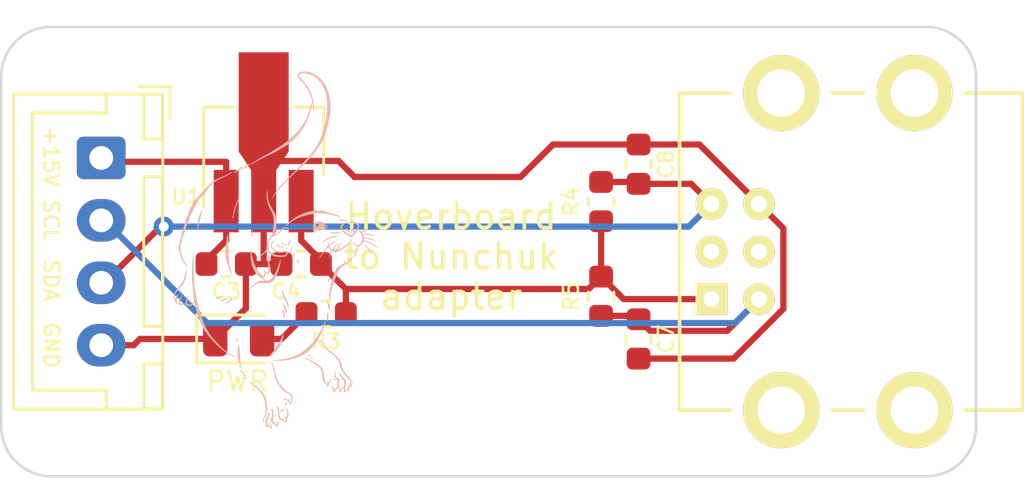
<source format=kicad_pcb>
(kicad_pcb (version 20171130) (host pcbnew "(5.1.12)-1")

  (general
    (thickness 1.6)
    (drawings 14)
    (tracks 68)
    (zones 0)
    (modules 14)
    (nets 9)
  )

  (page A4)
  (layers
    (0 F.Cu signal)
    (31 B.Cu signal)
    (32 B.Adhes user hide)
    (33 F.Adhes user hide)
    (34 B.Paste user hide)
    (35 F.Paste user hide)
    (36 B.SilkS user hide)
    (37 F.SilkS user hide)
    (38 B.Mask user hide)
    (39 F.Mask user hide)
    (40 Dwgs.User user hide)
    (41 Cmts.User user hide)
    (42 Eco1.User user hide)
    (43 Eco2.User user hide)
    (44 Edge.Cuts user)
    (45 Margin user hide)
    (46 B.CrtYd user hide)
    (47 F.CrtYd user hide)
    (48 B.Fab user hide)
    (49 F.Fab user hide)
  )

  (setup
    (last_trace_width 0.25)
    (trace_clearance 0.2)
    (zone_clearance 0.2)
    (zone_45_only no)
    (trace_min 0.2)
    (via_size 0.8)
    (via_drill 0.4)
    (via_min_size 0.4)
    (via_min_drill 0.3)
    (uvia_size 0.3)
    (uvia_drill 0.1)
    (uvias_allowed no)
    (uvia_min_size 0.2)
    (uvia_min_drill 0.1)
    (edge_width 0.1)
    (segment_width 0.2)
    (pcb_text_width 0.3)
    (pcb_text_size 1.5 1.5)
    (mod_edge_width 0.15)
    (mod_text_size 0.6 0.6)
    (mod_text_width 0.1)
    (pad_size 1.5 1.5)
    (pad_drill 0.6)
    (pad_to_mask_clearance 0)
    (aux_axis_origin 0 0)
    (visible_elements 7FFFFFFF)
    (pcbplotparams
      (layerselection 0x010fc_ffffffff)
      (usegerberextensions true)
      (usegerberattributes false)
      (usegerberadvancedattributes false)
      (creategerberjobfile false)
      (excludeedgelayer false)
      (linewidth 0.100000)
      (plotframeref false)
      (viasonmask false)
      (mode 1)
      (useauxorigin false)
      (hpglpennumber 1)
      (hpglpenspeed 20)
      (hpglpendiameter 15.000000)
      (psnegative false)
      (psa4output false)
      (plotreference true)
      (plotvalue true)
      (plotinvisibletext false)
      (padsonsilk false)
      (subtractmaskfromsilk false)
      (outputformat 1)
      (mirror false)
      (drillshape 0)
      (scaleselection 1)
      (outputdirectory "gerber/"))
  )

  (net 0 "")
  (net 1 VCC)
  (net 2 "Net-(P1-Pad3)")
  (net 3 "Net-(P1-Pad4)")
  (net 4 SDA)
  (net 5 GND)
  (net 6 SCL)
  (net 7 "Net-(D3-Pad2)")
  (net 8 VDD)

  (net_class Default "This is the default net class."
    (clearance 0.2)
    (trace_width 0.25)
    (via_dia 0.8)
    (via_drill 0.4)
    (uvia_dia 0.3)
    (uvia_drill 0.1)
    (add_net GND)
    (add_net "Net-(D3-Pad2)")
    (add_net "Net-(P1-Pad3)")
    (add_net "Net-(P1-Pad4)")
    (add_net SCL)
    (add_net SDA)
    (add_net VCC)
    (add_net VDD)
  )

  (module MountingHole:MountingHole_4.3mm_M4 (layer F.Cu) (tedit 5C2CBC72) (tstamp 5C39182D)
    (at 115 105.5)
    (descr "Mounting Hole 4.3mm, no annular, M4")
    (tags "mounting hole 4.3mm no annular m4")
    (path /5C2CC47B)
    (attr virtual)
    (fp_text reference H2 (at 0 -5.3) (layer F.SilkS) hide
      (effects (font (size 0.6 0.6) (thickness 0.1)))
    )
    (fp_text value MountingHole (at 0 5.3) (layer F.Fab)
      (effects (font (size 1 1) (thickness 0.15)))
    )
    (fp_circle (center 0 0) (end 4.3 0) (layer Cmts.User) (width 0.15))
    (fp_circle (center 0 0) (end 4.55 0) (layer F.CrtYd) (width 0.05))
    (fp_text user %R (at 0.3 0) (layer F.Fab)
      (effects (font (size 1 1) (thickness 0.15)))
    )
    (pad 1 np_thru_hole circle (at 0 0) (size 4.3 4.3) (drill 4.3) (layers *.Cu *.Mask))
  )

  (module MountingHole:MountingHole_4.3mm_M4 (layer F.Cu) (tedit 5C2CBC7C) (tstamp 5C39105A)
    (at 115 94.5)
    (descr "Mounting Hole 4.3mm, no annular, M4")
    (tags "mounting hole 4.3mm no annular m4")
    (path /5C2CC0FA)
    (attr virtual)
    (fp_text reference H1 (at 0 -5.3) (layer F.SilkS) hide
      (effects (font (size 0.6 0.6) (thickness 0.1)))
    )
    (fp_text value MountingHole (at 0 5.3) (layer F.Fab)
      (effects (font (size 1 1) (thickness 0.15)))
    )
    (fp_circle (center 0 0) (end 4.3 0) (layer Cmts.User) (width 0.15))
    (fp_circle (center 0 0) (end 4.55 0) (layer F.CrtYd) (width 0.05))
    (fp_text user %R (at 0.3 0) (layer F.Fab)
      (effects (font (size 1 1) (thickness 0.15)))
    )
    (pad 1 np_thru_hole circle (at 0 0) (size 4.3 4.3) (drill 4.3) (layers *.Cu *.Mask))
  )

  (module Connector_JST:JST_XH_B04B-XH-A_1x04_P2.50mm_Vertical (layer F.Cu) (tedit 5C2CBC9B) (tstamp 5C3900BE)
    (at 100 96.25 270)
    (descr "JST XH series connector, B04B-XH-A (http://www.jst-mfg.com/product/pdf/eng/eXH.pdf), generated with kicad-footprint-generator")
    (tags "connector JST XH side entry")
    (path /5AB40975)
    (fp_text reference J2 (at 3.75 -3.4 270) (layer F.SilkS) hide
      (effects (font (size 0.6 0.6) (thickness 0.1)))
    )
    (fp_text value Conn_01x04 (at 3.75 4.6 270) (layer F.Fab)
      (effects (font (size 1 1) (thickness 0.15)))
    )
    (fp_line (start -2.45 -2.35) (end -2.45 3.4) (layer F.Fab) (width 0.1))
    (fp_line (start -2.45 3.4) (end 9.95 3.4) (layer F.Fab) (width 0.1))
    (fp_line (start 9.95 3.4) (end 9.95 -2.35) (layer F.Fab) (width 0.1))
    (fp_line (start 9.95 -2.35) (end -2.45 -2.35) (layer F.Fab) (width 0.1))
    (fp_line (start -2.56 -2.46) (end -2.56 3.51) (layer F.SilkS) (width 0.12))
    (fp_line (start -2.56 3.51) (end 10.06 3.51) (layer F.SilkS) (width 0.12))
    (fp_line (start 10.06 3.51) (end 10.06 -2.46) (layer F.SilkS) (width 0.12))
    (fp_line (start 10.06 -2.46) (end -2.56 -2.46) (layer F.SilkS) (width 0.12))
    (fp_line (start -2.95 -2.85) (end -2.95 3.9) (layer F.CrtYd) (width 0.05))
    (fp_line (start -2.95 3.9) (end 10.45 3.9) (layer F.CrtYd) (width 0.05))
    (fp_line (start 10.45 3.9) (end 10.45 -2.85) (layer F.CrtYd) (width 0.05))
    (fp_line (start 10.45 -2.85) (end -2.95 -2.85) (layer F.CrtYd) (width 0.05))
    (fp_line (start -0.625 -2.35) (end 0 -1.35) (layer F.Fab) (width 0.1))
    (fp_line (start 0 -1.35) (end 0.625 -2.35) (layer F.Fab) (width 0.1))
    (fp_line (start 0.75 -2.45) (end 0.75 -1.7) (layer F.SilkS) (width 0.12))
    (fp_line (start 0.75 -1.7) (end 6.75 -1.7) (layer F.SilkS) (width 0.12))
    (fp_line (start 6.75 -1.7) (end 6.75 -2.45) (layer F.SilkS) (width 0.12))
    (fp_line (start 6.75 -2.45) (end 0.75 -2.45) (layer F.SilkS) (width 0.12))
    (fp_line (start -2.55 -2.45) (end -2.55 -1.7) (layer F.SilkS) (width 0.12))
    (fp_line (start -2.55 -1.7) (end -0.75 -1.7) (layer F.SilkS) (width 0.12))
    (fp_line (start -0.75 -1.7) (end -0.75 -2.45) (layer F.SilkS) (width 0.12))
    (fp_line (start -0.75 -2.45) (end -2.55 -2.45) (layer F.SilkS) (width 0.12))
    (fp_line (start 8.25 -2.45) (end 8.25 -1.7) (layer F.SilkS) (width 0.12))
    (fp_line (start 8.25 -1.7) (end 10.05 -1.7) (layer F.SilkS) (width 0.12))
    (fp_line (start 10.05 -1.7) (end 10.05 -2.45) (layer F.SilkS) (width 0.12))
    (fp_line (start 10.05 -2.45) (end 8.25 -2.45) (layer F.SilkS) (width 0.12))
    (fp_line (start -2.55 -0.2) (end -1.8 -0.2) (layer F.SilkS) (width 0.12))
    (fp_line (start -1.8 -0.2) (end -1.8 2.75) (layer F.SilkS) (width 0.12))
    (fp_line (start -1.8 2.75) (end 3.75 2.75) (layer F.SilkS) (width 0.12))
    (fp_line (start 10.05 -0.2) (end 9.3 -0.2) (layer F.SilkS) (width 0.12))
    (fp_line (start 9.3 -0.2) (end 9.3 2.75) (layer F.SilkS) (width 0.12))
    (fp_line (start 9.3 2.75) (end 3.75 2.75) (layer F.SilkS) (width 0.12))
    (fp_line (start -1.6 -2.75) (end -2.85 -2.75) (layer F.SilkS) (width 0.12))
    (fp_line (start -2.85 -2.75) (end -2.85 -1.5) (layer F.SilkS) (width 0.12))
    (fp_text user %R (at 3.75 2.7 270) (layer F.Fab)
      (effects (font (size 1 1) (thickness 0.15)))
    )
    (pad 1 thru_hole roundrect (at 0 0 270) (size 1.7 1.95) (drill 0.95) (layers *.Cu *.Mask) (roundrect_rratio 0.147059)
      (net 8 VDD))
    (pad 2 thru_hole oval (at 2.5 0 270) (size 1.7 1.95) (drill 0.95) (layers *.Cu *.Mask)
      (net 6 SCL))
    (pad 3 thru_hole oval (at 5 0 270) (size 1.7 1.95) (drill 0.95) (layers *.Cu *.Mask)
      (net 4 SDA))
    (pad 4 thru_hole oval (at 7.5 0 270) (size 1.7 1.95) (drill 0.95) (layers *.Cu *.Mask)
      (net 5 GND))
    (model ${KISYS3DMOD}/Connector_JST.3dshapes/JST_XH_B04B-XH-A_1x04_P2.50mm_Vertical.wrl
      (at (xyz 0 0 0))
      (scale (xyz 1 1 1))
      (rotate (xyz 0 0 0))
    )
  )

  (module Package_TO_SOT_SMD:SOT-89-3_Handsoldering (layer F.Cu) (tedit 5C2CBC9F) (tstamp 5C39006F)
    (at 106.5 96 90)
    (descr "SOT-89-3 Handsoldering")
    (tags "SOT-89-3 Handsoldering")
    (path /5AE0F904)
    (attr smd)
    (fp_text reference U1 (at -1.8 -3.1 180) (layer F.SilkS)
      (effects (font (size 0.6 0.6) (thickness 0.1)))
    )
    (fp_text value L7805SOT89 (at 0.5 3.15 90) (layer F.Fab)
      (effects (font (size 1 1) (thickness 0.15)))
    )
    (fp_line (start -3.5 2.55) (end 4.25 2.55) (layer F.CrtYd) (width 0.05))
    (fp_line (start 4.25 2.55) (end 4.25 -2.55) (layer F.CrtYd) (width 0.05))
    (fp_line (start 4.25 -2.55) (end -3.5 -2.55) (layer F.CrtYd) (width 0.05))
    (fp_line (start -3.5 -2.55) (end -3.5 2.55) (layer F.CrtYd) (width 0.05))
    (fp_line (start 1.78 1.2) (end 1.78 2.4) (layer F.SilkS) (width 0.12))
    (fp_line (start 1.78 2.4) (end -0.92 2.4) (layer F.SilkS) (width 0.12))
    (fp_line (start -2.22 -2.4) (end 1.78 -2.4) (layer F.SilkS) (width 0.12))
    (fp_line (start 1.78 -2.4) (end 1.78 -1.2) (layer F.SilkS) (width 0.12))
    (fp_line (start -0.92 -1.51) (end -0.13 -2.3) (layer F.Fab) (width 0.1))
    (fp_line (start 1.68 -2.3) (end 1.68 2.3) (layer F.Fab) (width 0.1))
    (fp_line (start 1.68 2.3) (end -0.92 2.3) (layer F.Fab) (width 0.1))
    (fp_line (start -0.92 2.3) (end -0.92 -1.51) (layer F.Fab) (width 0.1))
    (fp_line (start -0.13 -2.3) (end 1.68 -2.3) (layer F.Fab) (width 0.1))
    (fp_text user %R (at 0.38 0 180) (layer F.Fab)
      (effects (font (size 0.6 0.6) (thickness 0.09)))
    )
    (pad 1 smd rect (at -1.98 -1.5) (size 1 2.5) (layers F.Cu F.Paste F.Mask)
      (net 8 VDD))
    (pad 2 smd rect (at -1.98 0) (size 1 2.5) (layers F.Cu F.Paste F.Mask)
      (net 5 GND))
    (pad 3 smd rect (at -1.98 1.5) (size 1 2.5) (layers F.Cu F.Paste F.Mask)
      (net 1 VCC))
    (pad 2 smd rect (at 1.98 0) (size 2 4) (layers F.Cu F.Paste F.Mask)
      (net 5 GND))
    (pad 2 smd trapezoid (at -0.37 0 180) (size 1.5 0.75) (rect_delta 0 0.5 ) (layers F.Cu F.Paste F.Mask)
      (net 5 GND))
    (model ${KISYS3DMOD}/Package_TO_SOT_SMD.3dshapes/SOT-89-3.wrl
      (at (xyz 0 0 0))
      (scale (xyz 1 1 1))
      (rotate (xyz 0 0 0))
    )
  )

  (module Capacitor_SMD:C_0603_1608Metric (layer F.Cu) (tedit 5B301BBE) (tstamp 5C38FB78)
    (at 121.5 96.5 90)
    (descr "Capacitor SMD 0603 (1608 Metric), square (rectangular) end terminal, IPC_7351 nominal, (Body size source: http://www.tortai-tech.com/upload/download/2011102023233369053.pdf), generated with kicad-footprint-generator")
    (tags capacitor)
    (path /5AD35928)
    (attr smd)
    (fp_text reference C8 (at 0 1.1 90) (layer F.SilkS)
      (effects (font (size 0.6 0.6) (thickness 0.1)))
    )
    (fp_text value 10p (at 0 1.43 90) (layer F.Fab)
      (effects (font (size 1 1) (thickness 0.15)))
    )
    (fp_line (start 1.48 0.73) (end -1.48 0.73) (layer F.CrtYd) (width 0.05))
    (fp_line (start 1.48 -0.73) (end 1.48 0.73) (layer F.CrtYd) (width 0.05))
    (fp_line (start -1.48 -0.73) (end 1.48 -0.73) (layer F.CrtYd) (width 0.05))
    (fp_line (start -1.48 0.73) (end -1.48 -0.73) (layer F.CrtYd) (width 0.05))
    (fp_line (start -0.162779 0.51) (end 0.162779 0.51) (layer F.SilkS) (width 0.12))
    (fp_line (start -0.162779 -0.51) (end 0.162779 -0.51) (layer F.SilkS) (width 0.12))
    (fp_line (start 0.8 0.4) (end -0.8 0.4) (layer F.Fab) (width 0.1))
    (fp_line (start 0.8 -0.4) (end 0.8 0.4) (layer F.Fab) (width 0.1))
    (fp_line (start -0.8 -0.4) (end 0.8 -0.4) (layer F.Fab) (width 0.1))
    (fp_line (start -0.8 0.4) (end -0.8 -0.4) (layer F.Fab) (width 0.1))
    (fp_text user %R (at 0 0 90) (layer F.Fab)
      (effects (font (size 0.4 0.4) (thickness 0.06)))
    )
    (pad 2 smd roundrect (at 0.7875 0 90) (size 0.875 0.95) (layers F.Cu F.Paste F.Mask) (roundrect_rratio 0.25)
      (net 5 GND))
    (pad 1 smd roundrect (at -0.7875 0 90) (size 0.875 0.95) (layers F.Cu F.Paste F.Mask) (roundrect_rratio 0.25)
      (net 4 SDA))
    (model ${KISYS3DMOD}/Capacitor_SMD.3dshapes/C_0603_1608Metric.wrl
      (at (xyz 0 0 0))
      (scale (xyz 1 1 1))
      (rotate (xyz 0 0 0))
    )
  )

  (module Capacitor_SMD:C_0603_1608Metric (layer F.Cu) (tedit 5B301BBE) (tstamp 5C38FB67)
    (at 121.5 103.5 90)
    (descr "Capacitor SMD 0603 (1608 Metric), square (rectangular) end terminal, IPC_7351 nominal, (Body size source: http://www.tortai-tech.com/upload/download/2011102023233369053.pdf), generated with kicad-footprint-generator")
    (tags capacitor)
    (path /5AD359AD)
    (attr smd)
    (fp_text reference C7 (at 0 1.1 90) (layer F.SilkS)
      (effects (font (size 0.6 0.6) (thickness 0.1)))
    )
    (fp_text value 10p (at 0 1.43 90) (layer F.Fab)
      (effects (font (size 1 1) (thickness 0.15)))
    )
    (fp_line (start -0.8 0.4) (end -0.8 -0.4) (layer F.Fab) (width 0.1))
    (fp_line (start -0.8 -0.4) (end 0.8 -0.4) (layer F.Fab) (width 0.1))
    (fp_line (start 0.8 -0.4) (end 0.8 0.4) (layer F.Fab) (width 0.1))
    (fp_line (start 0.8 0.4) (end -0.8 0.4) (layer F.Fab) (width 0.1))
    (fp_line (start -0.162779 -0.51) (end 0.162779 -0.51) (layer F.SilkS) (width 0.12))
    (fp_line (start -0.162779 0.51) (end 0.162779 0.51) (layer F.SilkS) (width 0.12))
    (fp_line (start -1.48 0.73) (end -1.48 -0.73) (layer F.CrtYd) (width 0.05))
    (fp_line (start -1.48 -0.73) (end 1.48 -0.73) (layer F.CrtYd) (width 0.05))
    (fp_line (start 1.48 -0.73) (end 1.48 0.73) (layer F.CrtYd) (width 0.05))
    (fp_line (start 1.48 0.73) (end -1.48 0.73) (layer F.CrtYd) (width 0.05))
    (fp_text user %R (at 0 0 90) (layer F.Fab)
      (effects (font (size 0.4 0.4) (thickness 0.06)))
    )
    (pad 1 smd roundrect (at -0.7875 0 90) (size 0.875 0.95) (layers F.Cu F.Paste F.Mask) (roundrect_rratio 0.25)
      (net 5 GND))
    (pad 2 smd roundrect (at 0.7875 0 90) (size 0.875 0.95) (layers F.Cu F.Paste F.Mask) (roundrect_rratio 0.25)
      (net 6 SCL))
    (model ${KISYS3DMOD}/Capacitor_SMD.3dshapes/C_0603_1608Metric.wrl
      (at (xyz 0 0 0))
      (scale (xyz 1 1 1))
      (rotate (xyz 0 0 0))
    )
  )

  (module Capacitor_SMD:C_0603_1608Metric (layer F.Cu) (tedit 5B301BBE) (tstamp 5C38FB56)
    (at 108 100.5 180)
    (descr "Capacitor SMD 0603 (1608 Metric), square (rectangular) end terminal, IPC_7351 nominal, (Body size source: http://www.tortai-tech.com/upload/download/2011102023233369053.pdf), generated with kicad-footprint-generator")
    (tags capacitor)
    (path /5AB407B6)
    (attr smd)
    (fp_text reference C4 (at 0.6 -1.1 180) (layer F.SilkS)
      (effects (font (size 0.6 0.6) (thickness 0.1)))
    )
    (fp_text value 1uF (at 0 1.43 180) (layer F.Fab)
      (effects (font (size 1 1) (thickness 0.15)))
    )
    (fp_line (start 1.48 0.73) (end -1.48 0.73) (layer F.CrtYd) (width 0.05))
    (fp_line (start 1.48 -0.73) (end 1.48 0.73) (layer F.CrtYd) (width 0.05))
    (fp_line (start -1.48 -0.73) (end 1.48 -0.73) (layer F.CrtYd) (width 0.05))
    (fp_line (start -1.48 0.73) (end -1.48 -0.73) (layer F.CrtYd) (width 0.05))
    (fp_line (start -0.162779 0.51) (end 0.162779 0.51) (layer F.SilkS) (width 0.12))
    (fp_line (start -0.162779 -0.51) (end 0.162779 -0.51) (layer F.SilkS) (width 0.12))
    (fp_line (start 0.8 0.4) (end -0.8 0.4) (layer F.Fab) (width 0.1))
    (fp_line (start 0.8 -0.4) (end 0.8 0.4) (layer F.Fab) (width 0.1))
    (fp_line (start -0.8 -0.4) (end 0.8 -0.4) (layer F.Fab) (width 0.1))
    (fp_line (start -0.8 0.4) (end -0.8 -0.4) (layer F.Fab) (width 0.1))
    (fp_text user %R (at 0 0 180) (layer F.Fab)
      (effects (font (size 0.4 0.4) (thickness 0.06)))
    )
    (pad 2 smd roundrect (at 0.7875 0 180) (size 0.875 0.95) (layers F.Cu F.Paste F.Mask) (roundrect_rratio 0.25)
      (net 5 GND))
    (pad 1 smd roundrect (at -0.7875 0 180) (size 0.875 0.95) (layers F.Cu F.Paste F.Mask) (roundrect_rratio 0.25)
      (net 1 VCC))
    (model ${KISYS3DMOD}/Capacitor_SMD.3dshapes/C_0603_1608Metric.wrl
      (at (xyz 0 0 0))
      (scale (xyz 1 1 1))
      (rotate (xyz 0 0 0))
    )
  )

  (module Capacitor_SMD:C_0603_1608Metric (layer F.Cu) (tedit 5B301BBE) (tstamp 5C38FB45)
    (at 105 100.5)
    (descr "Capacitor SMD 0603 (1608 Metric), square (rectangular) end terminal, IPC_7351 nominal, (Body size source: http://www.tortai-tech.com/upload/download/2011102023233369053.pdf), generated with kicad-footprint-generator")
    (tags capacitor)
    (path /5AB40828)
    (attr smd)
    (fp_text reference C3 (at 0 1.1) (layer F.SilkS)
      (effects (font (size 0.6 0.6) (thickness 0.1)))
    )
    (fp_text value 1uF (at 0 1.43) (layer F.Fab)
      (effects (font (size 1 1) (thickness 0.15)))
    )
    (fp_line (start -0.8 0.4) (end -0.8 -0.4) (layer F.Fab) (width 0.1))
    (fp_line (start -0.8 -0.4) (end 0.8 -0.4) (layer F.Fab) (width 0.1))
    (fp_line (start 0.8 -0.4) (end 0.8 0.4) (layer F.Fab) (width 0.1))
    (fp_line (start 0.8 0.4) (end -0.8 0.4) (layer F.Fab) (width 0.1))
    (fp_line (start -0.162779 -0.51) (end 0.162779 -0.51) (layer F.SilkS) (width 0.12))
    (fp_line (start -0.162779 0.51) (end 0.162779 0.51) (layer F.SilkS) (width 0.12))
    (fp_line (start -1.48 0.73) (end -1.48 -0.73) (layer F.CrtYd) (width 0.05))
    (fp_line (start -1.48 -0.73) (end 1.48 -0.73) (layer F.CrtYd) (width 0.05))
    (fp_line (start 1.48 -0.73) (end 1.48 0.73) (layer F.CrtYd) (width 0.05))
    (fp_line (start 1.48 0.73) (end -1.48 0.73) (layer F.CrtYd) (width 0.05))
    (fp_text user %R (at 0 0) (layer F.Fab)
      (effects (font (size 0.4 0.4) (thickness 0.06)))
    )
    (pad 1 smd roundrect (at -0.7875 0) (size 0.875 0.95) (layers F.Cu F.Paste F.Mask) (roundrect_rratio 0.25)
      (net 8 VDD))
    (pad 2 smd roundrect (at 0.7875 0) (size 0.875 0.95) (layers F.Cu F.Paste F.Mask) (roundrect_rratio 0.25)
      (net 5 GND))
    (model ${KISYS3DMOD}/Capacitor_SMD.3dshapes/C_0603_1608Metric.wrl
      (at (xyz 0 0 0))
      (scale (xyz 1 1 1))
      (rotate (xyz 0 0 0))
    )
  )

  (module LED_SMD:LED_0805_2012Metric (layer F.Cu) (tedit 5C2CBCB8) (tstamp 5C38FB34)
    (at 105.5 103.5)
    (descr "LED SMD 0805 (2012 Metric), square (rectangular) end terminal, IPC_7351 nominal, (Body size source: https://docs.google.com/spreadsheets/d/1BsfQQcO9C6DZCsRaXUlFlo91Tg2WpOkGARC1WS5S8t0/edit?usp=sharing), generated with kicad-footprint-generator")
    (tags diode)
    (path /5AB41F7D)
    (attr smd)
    (fp_text reference D3 (at 0 1.5) (layer F.SilkS) hide
      (effects (font (size 0.6 0.6) (thickness 0.1)))
    )
    (fp_text value LED (at 0 1.65) (layer F.Fab)
      (effects (font (size 1 1) (thickness 0.15)))
    )
    (fp_line (start 1 -0.6) (end -0.7 -0.6) (layer F.Fab) (width 0.1))
    (fp_line (start -0.7 -0.6) (end -1 -0.3) (layer F.Fab) (width 0.1))
    (fp_line (start -1 -0.3) (end -1 0.6) (layer F.Fab) (width 0.1))
    (fp_line (start -1 0.6) (end 1 0.6) (layer F.Fab) (width 0.1))
    (fp_line (start 1 0.6) (end 1 -0.6) (layer F.Fab) (width 0.1))
    (fp_line (start 1 -0.96) (end -1.685 -0.96) (layer F.SilkS) (width 0.12))
    (fp_line (start -1.685 -0.96) (end -1.685 0.96) (layer F.SilkS) (width 0.12))
    (fp_line (start -1.685 0.96) (end 1 0.96) (layer F.SilkS) (width 0.12))
    (fp_line (start -1.68 0.95) (end -1.68 -0.95) (layer F.CrtYd) (width 0.05))
    (fp_line (start -1.68 -0.95) (end 1.68 -0.95) (layer F.CrtYd) (width 0.05))
    (fp_line (start 1.68 -0.95) (end 1.68 0.95) (layer F.CrtYd) (width 0.05))
    (fp_line (start 1.68 0.95) (end -1.68 0.95) (layer F.CrtYd) (width 0.05))
    (fp_text user %R (at 0 0) (layer F.Fab)
      (effects (font (size 0.5 0.5) (thickness 0.08)))
    )
    (pad 1 smd roundrect (at -0.9375 0) (size 0.975 1.4) (layers F.Cu F.Paste F.Mask) (roundrect_rratio 0.25)
      (net 5 GND))
    (pad 2 smd roundrect (at 0.9375 0) (size 0.975 1.4) (layers F.Cu F.Paste F.Mask) (roundrect_rratio 0.25)
      (net 7 "Net-(D3-Pad2)"))
    (model ${KISYS3DMOD}/LED_SMD.3dshapes/LED_0805_2012Metric.wrl
      (at (xyz 0 0 0))
      (scale (xyz 1 1 1))
      (rotate (xyz 0 0 0))
    )
  )

  (module Resistor_SMD:R_0603_1608Metric (layer F.Cu) (tedit 5B301BBD) (tstamp 5C38FAFF)
    (at 120 101.788 270)
    (descr "Resistor SMD 0603 (1608 Metric), square (rectangular) end terminal, IPC_7351 nominal, (Body size source: http://www.tortai-tech.com/upload/download/2011102023233369053.pdf), generated with kicad-footprint-generator")
    (tags resistor)
    (path /5AC3F1E0)
    (attr smd)
    (fp_text reference R5 (at 0.012499 1.2 270) (layer F.SilkS)
      (effects (font (size 0.6 0.6) (thickness 0.1)))
    )
    (fp_text value 3k3 (at 0 1.43 270) (layer F.Fab)
      (effects (font (size 1 1) (thickness 0.15)))
    )
    (fp_line (start -0.8 0.4) (end -0.8 -0.4) (layer F.Fab) (width 0.1))
    (fp_line (start -0.8 -0.4) (end 0.8 -0.4) (layer F.Fab) (width 0.1))
    (fp_line (start 0.8 -0.4) (end 0.8 0.4) (layer F.Fab) (width 0.1))
    (fp_line (start 0.8 0.4) (end -0.8 0.4) (layer F.Fab) (width 0.1))
    (fp_line (start -0.162779 -0.51) (end 0.162779 -0.51) (layer F.SilkS) (width 0.12))
    (fp_line (start -0.162779 0.51) (end 0.162779 0.51) (layer F.SilkS) (width 0.12))
    (fp_line (start -1.48 0.73) (end -1.48 -0.73) (layer F.CrtYd) (width 0.05))
    (fp_line (start -1.48 -0.73) (end 1.48 -0.73) (layer F.CrtYd) (width 0.05))
    (fp_line (start 1.48 -0.73) (end 1.48 0.73) (layer F.CrtYd) (width 0.05))
    (fp_line (start 1.48 0.73) (end -1.48 0.73) (layer F.CrtYd) (width 0.05))
    (fp_text user %R (at 0 0 270) (layer F.Fab)
      (effects (font (size 0.4 0.4) (thickness 0.06)))
    )
    (pad 1 smd roundrect (at -0.7875 0 270) (size 0.875 0.95) (layers F.Cu F.Paste F.Mask) (roundrect_rratio 0.25)
      (net 1 VCC))
    (pad 2 smd roundrect (at 0.7875 0 270) (size 0.875 0.95) (layers F.Cu F.Paste F.Mask) (roundrect_rratio 0.25)
      (net 6 SCL))
    (model ${KISYS3DMOD}/Resistor_SMD.3dshapes/R_0603_1608Metric.wrl
      (at (xyz 0 0 0))
      (scale (xyz 1 1 1))
      (rotate (xyz 0 0 0))
    )
  )

  (module Resistor_SMD:R_0603_1608Metric (layer F.Cu) (tedit 5B301BBD) (tstamp 5C38FAEE)
    (at 120 98 90)
    (descr "Resistor SMD 0603 (1608 Metric), square (rectangular) end terminal, IPC_7351 nominal, (Body size source: http://www.tortai-tech.com/upload/download/2011102023233369053.pdf), generated with kicad-footprint-generator")
    (tags resistor)
    (path /5AC3F27A)
    (attr smd)
    (fp_text reference R4 (at 0 -1.2 90) (layer F.SilkS)
      (effects (font (size 0.6 0.6) (thickness 0.1)))
    )
    (fp_text value 3k3 (at 0 1.43 90) (layer F.Fab)
      (effects (font (size 1 1) (thickness 0.15)))
    )
    (fp_line (start 1.48 0.73) (end -1.48 0.73) (layer F.CrtYd) (width 0.05))
    (fp_line (start 1.48 -0.73) (end 1.48 0.73) (layer F.CrtYd) (width 0.05))
    (fp_line (start -1.48 -0.73) (end 1.48 -0.73) (layer F.CrtYd) (width 0.05))
    (fp_line (start -1.48 0.73) (end -1.48 -0.73) (layer F.CrtYd) (width 0.05))
    (fp_line (start -0.162779 0.51) (end 0.162779 0.51) (layer F.SilkS) (width 0.12))
    (fp_line (start -0.162779 -0.51) (end 0.162779 -0.51) (layer F.SilkS) (width 0.12))
    (fp_line (start 0.8 0.4) (end -0.8 0.4) (layer F.Fab) (width 0.1))
    (fp_line (start 0.8 -0.4) (end 0.8 0.4) (layer F.Fab) (width 0.1))
    (fp_line (start -0.8 -0.4) (end 0.8 -0.4) (layer F.Fab) (width 0.1))
    (fp_line (start -0.8 0.4) (end -0.8 -0.4) (layer F.Fab) (width 0.1))
    (fp_text user %R (at 0 0 90) (layer F.Fab)
      (effects (font (size 0.4 0.4) (thickness 0.06)))
    )
    (pad 2 smd roundrect (at 0.7875 0 90) (size 0.875 0.95) (layers F.Cu F.Paste F.Mask) (roundrect_rratio 0.25)
      (net 4 SDA))
    (pad 1 smd roundrect (at -0.7875 0 90) (size 0.875 0.95) (layers F.Cu F.Paste F.Mask) (roundrect_rratio 0.25)
      (net 1 VCC))
    (model ${KISYS3DMOD}/Resistor_SMD.3dshapes/R_0603_1608Metric.wrl
      (at (xyz 0 0 0))
      (scale (xyz 1 1 1))
      (rotate (xyz 0 0 0))
    )
  )

  (module Resistor_SMD:R_0603_1608Metric (layer F.Cu) (tedit 5B301BBD) (tstamp 5C38FADD)
    (at 109 102.5)
    (descr "Resistor SMD 0603 (1608 Metric), square (rectangular) end terminal, IPC_7351 nominal, (Body size source: http://www.tortai-tech.com/upload/download/2011102023233369053.pdf), generated with kicad-footprint-generator")
    (tags resistor)
    (path /5AB42057)
    (attr smd)
    (fp_text reference R3 (at 0 1.1) (layer F.SilkS)
      (effects (font (size 0.6 0.6) (thickness 0.1)))
    )
    (fp_text value 220Ohm (at 0 1.43) (layer F.Fab)
      (effects (font (size 1 1) (thickness 0.15)))
    )
    (fp_line (start -0.8 0.4) (end -0.8 -0.4) (layer F.Fab) (width 0.1))
    (fp_line (start -0.8 -0.4) (end 0.8 -0.4) (layer F.Fab) (width 0.1))
    (fp_line (start 0.8 -0.4) (end 0.8 0.4) (layer F.Fab) (width 0.1))
    (fp_line (start 0.8 0.4) (end -0.8 0.4) (layer F.Fab) (width 0.1))
    (fp_line (start -0.162779 -0.51) (end 0.162779 -0.51) (layer F.SilkS) (width 0.12))
    (fp_line (start -0.162779 0.51) (end 0.162779 0.51) (layer F.SilkS) (width 0.12))
    (fp_line (start -1.48 0.73) (end -1.48 -0.73) (layer F.CrtYd) (width 0.05))
    (fp_line (start -1.48 -0.73) (end 1.48 -0.73) (layer F.CrtYd) (width 0.05))
    (fp_line (start 1.48 -0.73) (end 1.48 0.73) (layer F.CrtYd) (width 0.05))
    (fp_line (start 1.48 0.73) (end -1.48 0.73) (layer F.CrtYd) (width 0.05))
    (fp_text user %R (at 0 0) (layer F.Fab)
      (effects (font (size 0.4 0.4) (thickness 0.06)))
    )
    (pad 1 smd roundrect (at -0.7875 0) (size 0.875 0.95) (layers F.Cu F.Paste F.Mask) (roundrect_rratio 0.25)
      (net 7 "Net-(D3-Pad2)"))
    (pad 2 smd roundrect (at 0.7875 0) (size 0.875 0.95) (layers F.Cu F.Paste F.Mask) (roundrect_rratio 0.25)
      (net 1 VCC))
    (model ${KISYS3DMOD}/Resistor_SMD.3dshapes/R_0603_1608Metric.wrl
      (at (xyz 0 0 0))
      (scale (xyz 1 1 1))
      (rotate (xyz 0 0 0))
    )
  )

  (module otter:CONN_WII (layer F.Cu) (tedit 5C2CBC78) (tstamp 5C38FAA4)
    (at 130 100 270)
    (path /5C2CB495)
    (fp_text reference P1 (at -3.175 2.54 270) (layer F.SilkS) hide
      (effects (font (size 0.6 0.6) (thickness 0.1)))
    )
    (fp_text value CONN_WII (at 5.08 2.54 270) (layer F.SilkS) hide
      (effects (font (size 1 1) (thickness 0.15)))
    )
    (fp_line (start -6.35 -4.572) (end -6.35 -6.858) (layer F.SilkS) (width 0.15))
    (fp_line (start -6.35 -6.858) (end 6.35 -6.858) (layer F.SilkS) (width 0.15))
    (fp_line (start 6.35 -6.858) (end 6.35 -4.572) (layer F.SilkS) (width 0.15))
    (fp_line (start 6.35 0.762) (end 6.35 -0.508) (layer F.SilkS) (width 0.15))
    (fp_line (start -6.35 0.762) (end -6.35 -0.508) (layer F.SilkS) (width 0.15))
    (fp_line (start -6.35 6.858) (end -6.35 4.826) (layer F.SilkS) (width 0.15))
    (fp_line (start 6.35 6.858) (end 6.35 4.826) (layer F.SilkS) (width 0.15))
    (fp_line (start 6.35 6.858) (end -6.35 6.858) (layer F.SilkS) (width 0.15))
    (pad 1 thru_hole rect (at 1.905 5.588 270) (size 1.27 1.27) (drill 0.635) (layers *.Cu *.Mask F.SilkS)
      (net 1 VCC))
    (pad 2 thru_hole circle (at 1.905 3.683 270) (size 1.27 1.27) (drill 0.635) (layers *.Cu *.Mask F.SilkS)
      (net 6 SCL))
    (pad 3 thru_hole circle (at 0 5.588 270) (size 1.27 1.27) (drill 0.635) (layers *.Cu *.Mask F.SilkS)
      (net 2 "Net-(P1-Pad3)"))
    (pad 4 thru_hole circle (at 0 3.683 270) (size 1.27 1.27) (drill 0.635) (layers *.Cu *.Mask F.SilkS)
      (net 3 "Net-(P1-Pad4)"))
    (pad 5 thru_hole circle (at -1.905 5.588 270) (size 1.27 1.27) (drill 0.635) (layers *.Cu *.Mask F.SilkS)
      (net 4 SDA))
    (pad 6 thru_hole circle (at -1.905 3.683 270) (size 1.27 1.27) (drill 0.635) (layers *.Cu *.Mask F.SilkS)
      (net 5 GND))
    (pad "" thru_hole circle (at 6.35 2.794 270) (size 3.048 3.048) (drill 1.905) (layers *.Cu *.Mask F.SilkS))
    (pad "" thru_hole circle (at -6.35 -2.54 270) (size 3.048 3.048) (drill 1.905) (layers *.Cu *.Mask F.SilkS))
    (pad "" thru_hole circle (at 6.35 -2.54 270) (size 3.048 3.048) (drill 1.905) (layers *.Cu *.Mask F.SilkS))
    (pad "" thru_hole circle (at -6.35 2.794 270) (size 3.048 3.048) (drill 1.905) (layers *.Cu *.Mask F.SilkS))
  )

  (module otter:otter_small25 (layer B.Cu) (tedit 0) (tstamp 5C3978DF)
    (at 107 100 180)
    (fp_text reference G*** (at 0 0 180) (layer B.SilkS) hide
      (effects (font (size 1.524 1.524) (thickness 0.3)) (justify mirror))
    )
    (fp_text value LOGO (at 0.75 0 180) (layer B.SilkS) hide
      (effects (font (size 1.524 1.524) (thickness 0.3)) (justify mirror))
    )
    (fp_poly (pts (xy -1.485295 5.525105) (xy -1.483558 5.50788) (xy -1.485295 5.505753) (xy -1.493924 5.507745)
      (xy -1.494971 5.515429) (xy -1.489661 5.527376) (xy -1.485295 5.525105)) (layer B.SilkS) (width 0.01))
    (fp_poly (pts (xy -1.432408 5.967164) (xy -1.423149 5.942473) (xy -1.409501 5.897565) (xy -1.392738 5.836427)
      (xy -1.386637 5.812972) (xy -1.330831 5.620263) (xy -1.265988 5.446105) (xy -1.187739 5.280399)
      (xy -1.091714 5.113045) (xy -1.066324 5.072743) (xy -0.968718 4.934583) (xy -0.852952 4.79445)
      (xy -0.727508 4.661905) (xy -0.600864 4.546512) (xy -0.596256 4.542688) (xy -0.552364 4.505917)
      (xy -0.514222 4.473117) (xy -0.491027 4.452258) (xy -0.465432 4.432783) (xy -0.449943 4.426858)
      (xy -0.435833 4.417615) (xy -0.435428 4.414788) (xy -0.42422 4.400914) (xy -0.395275 4.377687)
      (xy -0.366485 4.357836) (xy -0.321399 4.326817) (xy -0.281699 4.296711) (xy -0.265492 4.28282)
      (xy -0.240337 4.261474) (xy -0.225157 4.252686) (xy -0.210625 4.245088) (xy -0.176819 4.224318)
      (xy -0.128547 4.193412) (xy -0.070617 4.155407) (xy -0.061264 4.149197) (xy 0.149251 4.014869)
      (xy 0.345801 3.901363) (xy 0.435429 3.854061) (xy 0.534984 3.800911) (xy 0.638966 3.741395)
      (xy 0.741971 3.678939) (xy 0.838599 3.616971) (xy 0.923448 3.558919) (xy 0.991117 3.508209)
      (xy 1.022532 3.481541) (xy 1.033304 3.468615) (xy 1.024178 3.469174) (xy 0.999735 3.481106)
      (xy 0.964557 3.502295) (xy 0.936172 3.521383) (xy 0.855867 3.575324) (xy 0.772516 3.626103)
      (xy 0.680264 3.676926) (xy 0.573253 3.731) (xy 0.445627 3.791533) (xy 0.427451 3.799935)
      (xy 0.346372 3.837496) (xy 0.27165 3.872429) (xy 0.208399 3.902319) (xy 0.161734 3.92475)
      (xy 0.137886 3.936702) (xy 0.093997 3.959916) (xy 0.046515 3.984646) (xy 0.043543 3.986178)
      (xy 0.010854 4.004137) (xy -0.03945 4.033098) (xy -0.100232 4.068903) (xy -0.157895 4.103484)
      (xy -0.21664 4.138641) (xy -0.266085 4.167501) (xy -0.301127 4.187137) (xy -0.316664 4.194623)
      (xy -0.316772 4.194629) (xy -0.334624 4.202976) (xy -0.371535 4.226206) (xy -0.423477 4.261606)
      (xy -0.486423 4.306458) (xy -0.529771 4.338239) (xy -0.57289 4.372643) (xy -0.623209 4.416581)
      (xy -0.676223 4.465626) (xy -0.727424 4.515352) (xy -0.772307 4.561333) (xy -0.806364 4.599142)
      (xy -0.82509 4.624353) (xy -0.827314 4.630482) (xy -0.838278 4.644228) (xy -0.841358 4.644572)
      (xy -0.85634 4.65543) (xy -0.882614 4.684016) (xy -0.914724 4.724348) (xy -0.917476 4.728029)
      (xy -0.949014 4.770092) (xy -0.973704 4.80239) (xy -0.986539 4.818379) (xy -0.986889 4.818743)
      (xy -1.006279 4.842492) (xy -1.029157 4.876222) (xy -1.048984 4.909534) (xy -1.059221 4.932033)
      (xy -1.059543 4.93427) (xy -1.069247 4.948847) (xy -1.072673 4.949372) (xy -1.085242 4.962019)
      (xy -1.106716 4.996889) (xy -1.134916 5.049377) (xy -1.167663 5.114877) (xy -1.202778 5.188782)
      (xy -1.238082 5.266488) (xy -1.271396 5.343388) (xy -1.300541 5.414876) (xy -1.323338 5.476347)
      (xy -1.326734 5.4864) (xy -1.350229 5.562719) (xy -1.373517 5.647818) (xy -1.395116 5.735176)
      (xy -1.413546 5.818271) (xy -1.427327 5.890584) (xy -1.434978 5.945591) (xy -1.436008 5.967652)
      (xy -1.432408 5.967164)) (layer B.SilkS) (width 0.01))
    (fp_poly (pts (xy 1.070583 3.519652) (xy 1.099081 3.507445) (xy 1.138102 3.487097) (xy 1.180712 3.46241)
      (xy 1.219975 3.437182) (xy 1.245986 3.417775) (xy 1.27267 3.39245) (xy 1.301696 3.360785)
      (xy 1.327545 3.329489) (xy 1.344698 3.305268) (xy 1.347634 3.294831) (xy 1.347189 3.29479)
      (xy 1.333737 3.302239) (xy 1.302894 3.321729) (xy 1.261318 3.34905) (xy 1.261067 3.349218)
      (xy 1.214506 3.382227) (xy 1.165791 3.419885) (xy 1.12055 3.457423) (xy 1.084411 3.490075)
      (xy 1.063001 3.513073) (xy 1.059543 3.519922) (xy 1.070583 3.519652)) (layer B.SilkS) (width 0.01))
    (fp_poly (pts (xy 1.354781 3.402215) (xy 1.384565 3.38437) (xy 1.412894 3.364679) (xy 1.457218 3.332676)
      (xy 1.514243 3.292023) (xy 1.572842 3.250645) (xy 1.582396 3.243943) (xy 1.645771 3.198431)
      (xy 1.684364 3.167928) (xy 1.698134 3.152268) (xy 1.687043 3.151283) (xy 1.651052 3.164804)
      (xy 1.590122 3.192663) (xy 1.572453 3.20114) (xy 1.472188 3.261261) (xy 1.401508 3.32586)
      (xy 1.369093 3.363659) (xy 1.347292 3.392498) (xy 1.340596 3.406408) (xy 1.340743 3.40661)
      (xy 1.354781 3.402215)) (layer B.SilkS) (width 0.01))
    (fp_poly (pts (xy -1.033334 7.197436) (xy -0.951544 7.176898) (xy -0.89458 7.143449) (xy -0.863016 7.097392)
      (xy -0.856343 7.057017) (xy -0.859295 7.02887) (xy -0.870139 6.999972) (xy -0.891853 6.965966)
      (xy -0.927415 6.922495) (xy -0.979805 6.865203) (xy -1.007296 6.836229) (xy -1.153426 6.666353)
      (xy -1.271744 6.491078) (xy -1.36329 6.308195) (xy -1.429105 6.115494) (xy -1.47023 5.910766)
      (xy -1.479146 5.834162) (xy -1.488394 5.738728) (xy -1.495296 5.67154) (xy -1.500087 5.631931)
      (xy -1.503004 5.619234) (xy -1.504282 5.63278) (xy -1.504157 5.671904) (xy -1.502867 5.735937)
      (xy -1.50205 5.769429) (xy -1.497965 5.872673) (xy -1.490716 5.956972) (xy -1.479092 6.032341)
      (xy -1.461886 6.108797) (xy -1.460355 6.114781) (xy -1.392783 6.322652) (xy -1.299867 6.518553)
      (xy -1.180655 6.704196) (xy -1.034195 6.881287) (xy -1.031284 6.884427) (xy -0.973544 6.949256)
      (xy -0.936229 6.998807) (xy -0.917821 7.036807) (xy -0.916804 7.066984) (xy -0.931662 7.093066)
      (xy -0.942132 7.10357) (xy -0.97912 7.122922) (xy -1.036158 7.136636) (xy -1.10462 7.143598)
      (xy -1.175883 7.142695) (xy -1.212692 7.138513) (xy -1.35167 7.102403) (xy -1.485393 7.039795)
      (xy -1.610749 6.953139) (xy -1.724626 6.844886) (xy -1.823912 6.717486) (xy -1.889771 6.605331)
      (xy -1.912383 6.556734) (xy -1.938109 6.49469) (xy -1.963923 6.427356) (xy -1.986802 6.36289)
      (xy -2.003719 6.30945) (xy -2.011361 6.277429) (xy -2.017038 6.241301) (xy -2.025902 6.187964)
      (xy -2.036062 6.128788) (xy -2.03634 6.127198) (xy -2.044112 6.062658) (xy -2.049376 5.977811)
      (xy -2.052062 5.881276) (xy -2.0521 5.781672) (xy -2.049417 5.687619) (xy -2.043944 5.607736)
      (xy -2.040831 5.580743) (xy -2.03351 5.523519) (xy -2.026903 5.466767) (xy -2.025145 5.450115)
      (xy -2.019261 5.407374) (xy -2.009135 5.348155) (xy -1.996815 5.28432) (xy -1.995084 5.275943)
      (xy -1.982678 5.215095) (xy -1.971914 5.159925) (xy -1.964815 5.120845) (xy -1.964076 5.116286)
      (xy -1.9564 5.07738) (xy -1.948901 5.050972) (xy -1.939367 5.022655) (xy -1.937258 5.014686)
      (xy -1.924613 4.963794) (xy -1.909097 4.908583) (xy -1.893206 4.857131) (xy -1.879437 4.817516)
      (xy -1.870287 4.797815) (xy -1.870184 4.797698) (xy -1.861539 4.774539) (xy -1.857831 4.737806)
      (xy -1.857828 4.736869) (xy -1.85433 4.702176) (xy -1.845856 4.682474) (xy -1.845305 4.682088)
      (xy -1.834513 4.664579) (xy -1.821059 4.628671) (xy -1.814076 4.605032) (xy -1.793034 4.538956)
      (xy -1.764201 4.472949) (xy -1.740404 4.426858) (xy -1.704438 4.360425) (xy -1.677564 4.312294)
      (xy -1.655459 4.275023) (xy -1.633801 4.241169) (xy -1.624052 4.226559) (xy -1.600273 4.189953)
      (xy -1.585051 4.16409) (xy -1.582057 4.156996) (xy -1.574125 4.142597) (xy -1.553256 4.111445)
      (xy -1.523843 4.070078) (xy -1.521607 4.067009) (xy -1.459815 3.98521) (xy -1.389903 3.898375)
      (xy -1.309961 3.8044) (xy -1.218081 3.701177) (xy -1.112354 3.586599) (xy -0.99087 3.458562)
      (xy -0.851721 3.314957) (xy -0.703328 3.164115) (xy -0.603817 3.063409) (xy -0.508774 2.966953)
      (xy -0.420527 2.877129) (xy -0.341406 2.79632) (xy -0.27374 2.726908) (xy -0.219857 2.671276)
      (xy -0.182087 2.631808) (xy -0.164235 2.612572) (xy -0.106737 2.544364) (xy -0.044733 2.465169)
      (xy 0.016022 2.382825) (xy 0.06977 2.30517) (xy 0.110753 2.240043) (xy 0.115594 2.231572)
      (xy 0.141082 2.183598) (xy 0.153155 2.155834) (xy 0.152138 2.149811) (xy 0.138361 2.167064)
      (xy 0.112149 2.209125) (xy 0.111161 2.210808) (xy 0.051771 2.30133) (xy -0.028945 2.406456)
      (xy -0.131341 2.526569) (xy -0.255768 2.662047) (xy -0.402581 2.813274) (xy -0.572131 2.980629)
      (xy -0.764772 3.164495) (xy -0.819155 3.215491) (xy -0.964891 3.353264) (xy -1.096464 3.48086)
      (xy -1.21226 3.596631) (xy -1.310662 3.698932) (xy -1.390055 3.786114) (xy -1.448823 3.85653)
      (xy -1.45202 3.860655) (xy -1.482732 3.899314) (xy -1.508269 3.929363) (xy -1.519001 3.940484)
      (xy -1.536241 3.960346) (xy -1.565482 3.998806) (xy -1.602784 4.050201) (xy -1.644207 4.108869)
      (xy -1.685813 4.169145) (xy -1.72366 4.225369) (xy -1.753809 4.271877) (xy -1.772321 4.303006)
      (xy -1.774971 4.308397) (xy -1.789972 4.338736) (xy -1.800477 4.354286) (xy -1.810804 4.370599)
      (xy -1.828263 4.404835) (xy -1.841993 4.434115) (xy -1.863175 4.480741) (xy -1.881182 4.520371)
      (xy -1.888157 4.535715) (xy -1.903146 4.572905) (xy -1.922481 4.626291) (xy -1.942474 4.685038)
      (xy -1.959439 4.738313) (xy -1.969668 4.7752) (xy -1.979812 4.808646) (xy -1.98819 4.826)
      (xy -1.998049 4.847039) (xy -2.012633 4.886104) (xy -2.024111 4.920343) (xy -2.041447 4.977214)
      (xy -2.053213 5.025121) (xy -2.06339 5.08088) (xy -2.066125 5.097848) (xy -2.074807 5.125038)
      (xy -2.080085 5.132924) (xy -2.087843 5.153852) (xy -2.090057 5.178157) (xy -2.09377 5.212569)
      (xy -2.103228 5.260853) (xy -2.109953 5.288224) (xy -2.126611 5.35592) (xy -2.1408 5.422949)
      (xy -2.151395 5.482801) (xy -2.157271 5.528964) (xy -2.157304 5.554928) (xy -2.156433 5.557254)
      (xy -2.154907 5.578382) (xy -2.161465 5.612941) (xy -2.16198 5.614767) (xy -2.167731 5.652278)
      (xy -2.160854 5.668926) (xy -2.155027 5.68604) (xy -2.159509 5.694521) (xy -2.166245 5.718012)
      (xy -2.169022 5.758883) (xy -2.168479 5.783943) (xy -2.166059 5.83738) (xy -2.163579 5.904242)
      (xy -2.161804 5.962019) (xy -2.15876 6.014575) (xy -2.153381 6.054851) (xy -2.146773 6.074896)
      (xy -2.146045 6.075508) (xy -2.139126 6.092152) (xy -2.140667 6.095693) (xy -2.141926 6.116449)
      (xy -2.136819 6.157379) (xy -2.127033 6.210767) (xy -2.114255 6.268899) (xy -2.100172 6.324058)
      (xy -2.08647 6.368529) (xy -2.075543 6.393543) (xy -2.065902 6.415336) (xy -2.052275 6.453626)
      (xy -2.045917 6.473372) (xy -1.99044 6.609954) (xy -1.912209 6.742708) (xy -1.815811 6.866241)
      (xy -1.705835 6.975156) (xy -1.586868 7.06406) (xy -1.504959 7.109485) (xy -1.421296 7.14813)
      (xy -1.355129 7.174883) (xy -1.298504 7.191817) (xy -1.243469 7.201003) (xy -1.18207 7.204515)
      (xy -1.139371 7.204764) (xy -1.033334 7.197436)) (layer B.SilkS) (width 0.01))
    (fp_poly (pts (xy 0.174172 2.126343) (xy 0.166915 2.119086) (xy 0.159657 2.126343) (xy 0.166915 2.1336)
      (xy 0.174172 2.126343)) (layer B.SilkS) (width 0.01))
    (fp_poly (pts (xy 1.508293 2.105262) (xy 1.524985 2.074541) (xy 1.547421 2.027119) (xy 1.573325 1.968215)
      (xy 1.600421 1.903049) (xy 1.626431 1.83684) (xy 1.649081 1.774807) (xy 1.654449 1.759078)
      (xy 1.673278 1.696143) (xy 1.691917 1.622192) (xy 1.709092 1.543879) (xy 1.723524 1.467858)
      (xy 1.733937 1.400782) (xy 1.739053 1.349306) (xy 1.738231 1.322526) (xy 1.733792 1.323885)
      (xy 1.726469 1.34881) (xy 1.7177 1.392163) (xy 1.715951 1.402285) (xy 1.698408 1.487751)
      (xy 1.672295 1.591198) (xy 1.640208 1.70381) (xy 1.604739 1.816771) (xy 1.568483 1.921265)
      (xy 1.546103 1.97953) (xy 1.524314 2.035396) (xy 1.508233 2.080303) (xy 1.499975 2.108134)
      (xy 1.499622 2.114061) (xy 1.508293 2.105262)) (layer B.SilkS) (width 0.01))
    (fp_poly (pts (xy -2.544396 1.270362) (xy -2.526521 1.266284) (xy -2.513397 1.259094) (xy -2.520059 1.253512)
      (xy -2.549676 1.248554) (xy -2.599092 1.243768) (xy -2.664305 1.236094) (xy -2.728929 1.22503)
      (xy -2.775831 1.213818) (xy -2.813452 1.204184) (xy -2.835103 1.202046) (xy -2.837346 1.205005)
      (xy -2.813606 1.222437) (xy -2.768991 1.239391) (xy -2.711631 1.254264) (xy -2.649658 1.265452)
      (xy -2.591202 1.271352) (xy -2.544396 1.270362)) (layer B.SilkS) (width 0.01))
    (fp_poly (pts (xy -1.705428 1.631854) (xy -1.598878 1.630393) (xy -1.514221 1.626814) (xy -1.444363 1.620475)
      (xy -1.382206 1.610732) (xy -1.3208 1.596977) (xy -1.195982 1.559034) (xy -1.059694 1.506498)
      (xy -0.922275 1.443934) (xy -0.794064 1.375906) (xy -0.725714 1.334272) (xy -0.677989 1.300126)
      (xy -0.62162 1.254842) (xy -0.5621 1.203429) (xy -0.504925 1.150899) (xy -0.45559 1.102263)
      (xy -0.419588 1.062529) (xy -0.404542 1.0414) (xy -0.395479 1.022039) (xy -0.398999 1.019282)
      (xy -0.41726 1.034588) (xy -0.45242 1.069418) (xy -0.465064 1.082331) (xy -0.578097 1.180419)
      (xy -0.715375 1.269254) (xy -0.873113 1.347135) (xy -1.047528 1.412364) (xy -1.234834 1.463241)
      (xy -1.3716 1.489407) (xy -1.41993 1.499628) (xy -1.456724 1.509993) (xy -1.489453 1.517798)
      (xy -1.508692 1.517234) (xy -1.527602 1.516936) (xy -1.56447 1.523246) (xy -1.590481 1.529431)
      (xy -1.67008 1.543882) (xy -1.758235 1.549849) (xy -1.843793 1.547252) (xy -1.915597 1.536011)
      (xy -1.93001 1.531867) (xy -1.970334 1.521089) (xy -2.031012 1.507694) (xy -2.103696 1.493416)
      (xy -2.177143 1.48047) (xy -2.288239 1.461086) (xy -2.373685 1.443692) (xy -2.436707 1.427309)
      (xy -2.480529 1.410959) (xy -2.508379 1.393661) (xy -2.522957 1.375504) (xy -2.539624 1.342572)
      (xy -2.536183 1.377522) (xy -2.528691 1.400075) (xy -2.508833 1.420813) (xy -2.473463 1.441173)
      (xy -2.419437 1.46259) (xy -2.34361 1.486499) (xy -2.242838 1.514338) (xy -2.227943 1.518267)
      (xy -2.148802 1.540001) (xy -2.073988 1.562237) (xy -2.010835 1.582681) (xy -1.966682 1.599037)
      (xy -1.959428 1.602239) (xy -1.927914 1.615224) (xy -1.894698 1.623916) (xy -1.853195 1.629083)
      (xy -1.796818 1.631493) (xy -1.718981 1.631913) (xy -1.705428 1.631854)) (layer B.SilkS) (width 0.01))
    (fp_poly (pts (xy -1.684601 1.197661) (xy -1.606249 1.171207) (xy -1.53398 1.123604) (xy -1.520371 1.111228)
      (xy -1.495977 1.082928) (xy -1.484047 1.051577) (xy -1.480515 1.005326) (xy -1.480457 0.994932)
      (xy -1.482483 0.946704) (xy -1.491535 0.91586) (xy -1.512068 0.890867) (xy -1.525113 0.879405)
      (xy -1.55573 0.857651) (xy -1.588301 0.846504) (xy -1.633958 0.842941) (xy -1.659371 0.842975)
      (xy -1.709023 0.844272) (xy -1.747259 0.846479) (xy -1.763485 0.848641) (xy -1.783608 0.854768)
      (xy -1.823542 0.866836) (xy -1.875297 0.882432) (xy -1.884713 0.885265) (xy -1.940325 0.904462)
      (xy -1.987623 0.925192) (xy -2.017219 0.943284) (xy -2.01897 0.944914) (xy -2.040229 0.981644)
      (xy -2.045417 1.025256) (xy -2.034022 1.063254) (xy -2.02428 1.074441) (xy -2.009973 1.084068)
      (xy -2.009755 1.073983) (xy -2.016945 1.053709) (xy -2.023982 1.023019) (xy -2.013556 0.998021)
      (xy -1.996295 0.978977) (xy -1.965164 0.953288) (xy -1.942409 0.944159) (xy -1.933154 0.952662)
      (xy -1.936104 0.966388) (xy -1.944106 0.999809) (xy -1.944914 1.010909) (xy -1.953818 1.025801)
      (xy -1.977571 1.023833) (xy -2.010228 1.015195) (xy -1.977571 1.03914) (xy -1.967932 1.048491)
      (xy -1.709527 1.048491) (xy -1.698528 1.023687) (xy -1.666476 1.004726) (xy -1.627062 1.004299)
      (xy -1.599474 1.018903) (xy -1.583047 1.050575) (xy -1.595484 1.084222) (xy -1.604865 1.094792)
      (xy -1.640867 1.115605) (xy -1.67552 1.110567) (xy -1.700616 1.081745) (xy -1.709527 1.048491)
      (xy -1.967932 1.048491) (xy -1.953479 1.062512) (xy -1.944914 1.080555) (xy -1.932937 1.105402)
      (xy -1.901587 1.136461) (xy -1.857738 1.167541) (xy -1.833149 1.181217) (xy -1.762435 1.201491)
      (xy -1.684601 1.197661)) (layer B.SilkS) (width 0.01))
    (fp_poly (pts (xy 2.972132 1.629131) (xy 2.990037 1.602852) (xy 3.007772 1.571245) (xy 3.069358 1.430913)
      (xy 3.114269 1.273711) (xy 3.14077 1.107655) (xy 3.147127 0.940764) (xy 3.14676 0.928915)
      (xy 3.142343 0.805543) (xy 3.13039 0.892629) (xy 3.119234 0.964847) (xy 3.103954 1.051104)
      (xy 3.085775 1.145635) (xy 3.065925 1.242676) (xy 3.04563 1.336461) (xy 3.026117 1.421227)
      (xy 3.00861 1.491208) (xy 2.994338 1.54064) (xy 2.989839 1.553294) (xy 2.971514 1.603832)
      (xy 2.965785 1.629284) (xy 2.972132 1.629131)) (layer B.SilkS) (width 0.01))
    (fp_poly (pts (xy -2.767335 0.900561) (xy -2.757588 0.892515) (xy -2.735784 0.865682) (xy -2.728685 0.8458)
      (xy -2.732277 0.833664) (xy -2.746945 0.843593) (xy -2.751494 0.848049) (xy -2.772764 0.8662)
      (xy -2.782175 0.870858) (xy -2.800723 0.864077) (xy -2.831735 0.847609) (xy -2.86554 0.827262)
      (xy -2.892463 0.808844) (xy -2.902857 0.798388) (xy -2.910682 0.781034) (xy -2.924167 0.761146)
      (xy -2.940119 0.741842) (xy -2.945283 0.746562) (xy -2.945938 0.763483) (xy -2.934658 0.807243)
      (xy -2.905056 0.852642) (xy -2.865281 0.889409) (xy -2.833525 0.905183) (xy -2.795192 0.911381)
      (xy -2.767335 0.900561)) (layer B.SilkS) (width 0.01))
    (fp_poly (pts (xy -3.025537 0.886763) (xy -3.020265 0.852911) (xy -3.018971 0.820058) (xy -3.02013 0.768556)
      (xy -3.023998 0.744362) (xy -3.031156 0.745833) (xy -3.03919 0.763188) (xy -3.045985 0.794975)
      (xy -3.047883 0.83454) (xy -3.045313 0.871577) (xy -3.038707 0.89578) (xy -3.033485 0.899886)
      (xy -3.025537 0.886763)) (layer B.SilkS) (width 0.01))
    (fp_poly (pts (xy -2.311636 0.764625) (xy -2.243775 0.759443) (xy -2.187834 0.749437) (xy -2.150475 0.734747)
      (xy -2.140651 0.725382) (xy -2.148012 0.721254) (xy -2.175336 0.725339) (xy -2.187867 0.728526)
      (xy -2.224479 0.733769) (xy -2.281718 0.736599) (xy -2.35137 0.737186) (xy -2.425221 0.7357)
      (xy -2.495057 0.73231) (xy -2.552664 0.727187) (xy -2.589828 0.7205) (xy -2.5908 0.720194)
      (xy -2.597923 0.719344) (xy -2.5818 0.728257) (xy -2.569028 0.734334) (xy -2.520112 0.749838)
      (xy -2.456467 0.759962) (xy -2.384754 0.764844) (xy -2.311636 0.764625)) (layer B.SilkS) (width 0.01))
    (fp_poly (pts (xy 0.937033 0.850374) (xy 0.945551 0.82292) (xy 0.958334 0.769362) (xy 0.964788 0.740229)
      (xy 0.9808 0.664728) (xy 0.990057 0.614897) (xy 0.99284 0.588242) (xy 0.989431 0.582272)
      (xy 0.981473 0.592241) (xy 0.968857 0.62338) (xy 0.955237 0.673091) (xy 0.942796 0.731092)
      (xy 0.933713 0.787099) (xy 0.93017 0.830831) (xy 0.930201 0.833993) (xy 0.932132 0.853479)
      (xy 0.937033 0.850374)) (layer B.SilkS) (width 0.01))
    (fp_poly (pts (xy -2.995604 1.177921) (xy -2.98455 1.171559) (xy -2.972377 1.160302) (xy -2.980556 1.156308)
      (xy -3.013031 1.158101) (xy -3.018999 1.158658) (xy -3.08683 1.155581) (xy -3.151551 1.136034)
      (xy -3.206977 1.103808) (xy -3.246922 1.062693) (xy -3.265201 1.016481) (xy -3.265714 1.007469)
      (xy -3.259566 0.968033) (xy -3.24887 0.936855) (xy -3.231191 0.911312) (xy -3.202711 0.901081)
      (xy -3.177335 0.899886) (xy -3.125314 0.89256) (xy -3.095124 0.869222) (xy -3.085679 0.827836)
      (xy -3.095889 0.766363) (xy -3.099427 0.754017) (xy -3.09367 0.730533) (xy -3.070325 0.69782)
      (xy -3.056875 0.68374) (xy -3.007579 0.63596) (xy -2.857246 0.726121) (xy -2.776356 0.77483)
      (xy -2.717054 0.811558) (xy -2.675992 0.83918) (xy -2.649818 0.860569) (xy -2.635182 0.878602)
      (xy -2.628735 0.896151) (xy -2.627126 0.916093) (xy -2.627085 0.9236) (xy -2.633269 0.976296)
      (xy -2.654775 1.024053) (xy -2.696035 1.076138) (xy -2.704246 1.084943) (xy -2.749151 1.120234)
      (xy -2.798164 1.131654) (xy -2.857688 1.120112) (xy -2.883331 1.11034) (xy -2.915411 1.097886)
      (xy -2.925536 1.097649) (xy -2.91804 1.109537) (xy -2.91799 1.109598) (xy -2.883936 1.133679)
      (xy -2.834049 1.150953) (xy -2.781355 1.157751) (xy -2.754968 1.155514) (xy -2.698262 1.132645)
      (xy -2.643596 1.091557) (xy -2.600618 1.040822) (xy -2.581924 1.001807) (xy -2.571983 0.936694)
      (xy -2.586916 0.881864) (xy -2.622546 0.835813) (xy -2.647231 0.814745) (xy -2.689298 0.782433)
      (xy -2.743163 0.742813) (xy -2.803243 0.69982) (xy -2.863954 0.65739) (xy -2.919712 0.619458)
      (xy -2.964935 0.589962) (xy -2.994039 0.572835) (xy -2.998484 0.570814) (xy -3.017551 0.576755)
      (xy -3.048325 0.599348) (xy -3.077091 0.626595) (xy -3.142846 0.703742) (xy -3.212609 0.80089)
      (xy -3.247903 0.857456) (xy -3.199951 0.857456) (xy -3.186039 0.83331) (xy -3.157788 0.793315)
      (xy -3.137057 0.768367) (xy -3.126308 0.766757) (xy -3.122998 0.775886) (xy -3.126969 0.804843)
      (xy -3.141476 0.835286) (xy -3.165391 0.861105) (xy -3.187077 0.870858) (xy -3.199676 0.868329)
      (xy -3.199951 0.857456) (xy -3.247903 0.857456) (xy -3.281036 0.910557) (xy -3.286023 0.919178)
      (xy -3.313067 0.979233) (xy -3.31612 1.029252) (xy -3.294522 1.076468) (xy -3.268894 1.107056)
      (xy -3.22381 1.141042) (xy -3.165295 1.167082) (xy -3.101992 1.183216) (xy -3.042547 1.187483)
      (xy -2.995604 1.177921)) (layer B.SilkS) (width 0.01))
    (fp_poly (pts (xy -2.467428 0.471715) (xy -2.474685 0.464458) (xy -2.481943 0.471715) (xy -2.474685 0.478972)
      (xy -2.467428 0.471715)) (layer B.SilkS) (width 0.01))
    (fp_poly (pts (xy -2.4384 0.4572) (xy -2.445657 0.449943) (xy -2.452914 0.4572) (xy -2.445657 0.464458)
      (xy -2.4384 0.4572)) (layer B.SilkS) (width 0.01))
    (fp_poly (pts (xy -2.119085 0.413658) (xy -2.126343 0.4064) (xy -2.1336 0.413658) (xy -2.126343 0.420915)
      (xy -2.119085 0.413658)) (layer B.SilkS) (width 0.01))
    (fp_poly (pts (xy -2.344717 0.616216) (xy -2.24882 0.594643) (xy -2.147691 0.561148) (xy -2.049963 0.518943)
      (xy -1.964271 0.471241) (xy -1.908628 0.429912) (xy -1.872848 0.396885) (xy -1.859791 0.381488)
      (xy -1.869294 0.384054) (xy -1.901189 0.404916) (xy -1.915885 0.415358) (xy -2.028287 0.482414)
      (xy -2.165443 0.540276) (xy -2.324183 0.58768) (xy -2.380343 0.600721) (xy -2.426508 0.611559)
      (xy -2.445521 0.618391) (xy -2.438872 0.621921) (xy -2.426751 0.622657) (xy -2.344717 0.616216)) (layer B.SilkS) (width 0.01))
    (fp_poly (pts (xy -0.277655 0.332849) (xy -0.239485 0.317629) (xy -0.206113 0.301434) (xy -0.197362 0.293452)
      (xy -0.211017 0.29083) (xy -0.218569 0.290667) (xy -0.259124 0.298465) (xy -0.28386 0.310871)
      (xy -0.3047 0.329918) (xy -0.301656 0.337393) (xy -0.277655 0.332849)) (layer B.SilkS) (width 0.01))
    (fp_poly (pts (xy -0.071096 0.284317) (xy -0.032354 0.272638) (xy -0.027102 0.270435) (xy 0.002721 0.256596)
      (xy 0.007478 0.250467) (xy -0.010987 0.248882) (xy -0.014514 0.248847) (xy -0.056808 0.254667)
      (xy -0.087085 0.264388) (xy -0.109532 0.276656) (xy -0.105906 0.284119) (xy -0.099674 0.285976)
      (xy -0.071096 0.284317)) (layer B.SilkS) (width 0.01))
    (fp_poly (pts (xy -0.394753 0.291502) (xy -0.35534 0.275997) (xy -0.321858 0.25953) (xy -0.312823 0.251327)
      (xy -0.325966 0.248303) (xy -0.334683 0.247918) (xy -0.375151 0.255055) (xy -0.399974 0.267328)
      (xy -0.420864 0.28674) (xy -0.418015 0.295013) (xy -0.394753 0.291502)) (layer B.SilkS) (width 0.01))
    (fp_poly (pts (xy -0.539483 0.43785) (xy -0.537028 0.422389) (xy -0.530508 0.395413) (xy -0.513569 0.353224)
      (xy -0.494261 0.313532) (xy -0.472831 0.271715) (xy -0.458875 0.242372) (xy -0.455445 0.232229)
      (xy -0.466851 0.241704) (xy -0.488814 0.264526) (xy -0.489142 0.264886) (xy -0.516086 0.298937)
      (xy -0.53317 0.326572) (xy -0.547316 0.363858) (xy -0.556174 0.403071) (xy -0.558373 0.434824)
      (xy -0.552543 0.449732) (xy -0.55118 0.449943) (xy -0.539483 0.43785)) (layer B.SilkS) (width 0.01))
    (fp_poly (pts (xy -0.152574 0.234111) (xy -0.119779 0.224336) (xy -0.085621 0.209543) (xy -0.07727 0.204962)
      (xy -0.059343 0.193122) (xy -0.067793 0.189998) (xy -0.079828 0.190048) (xy -0.117535 0.195971)
      (xy -0.140029 0.203103) (xy -0.168571 0.219015) (xy -0.180223 0.230279) (xy -0.175544 0.236786)
      (xy -0.152574 0.234111)) (layer B.SilkS) (width 0.01))
    (fp_poly (pts (xy -0.284334 0.210974) (xy -0.255798 0.197512) (xy -0.223605 0.179127) (xy -0.197896 0.161568)
      (xy -0.188685 0.151217) (xy -0.199195 0.144127) (xy -0.224906 0.150744) (xy -0.257098 0.16834)
      (xy -0.267321 0.175827) (xy -0.291444 0.198116) (xy -0.299653 0.212705) (xy -0.29907 0.213768)
      (xy -0.284334 0.210974)) (layer B.SilkS) (width 0.01))
    (fp_poly (pts (xy -3.331889 0.827292) (xy -3.345539 0.807034) (xy -3.358863 0.781124) (xy -3.358735 0.767119)
      (xy -3.361982 0.755567) (xy -3.36726 0.754743) (xy -3.384469 0.741829) (xy -3.404772 0.708184)
      (xy -3.425143 0.661452) (xy -3.442558 0.609278) (xy -3.453989 0.559307) (xy -3.456819 0.528445)
      (xy -3.445945 0.457456) (xy -3.41697 0.382255) (xy -3.375369 0.314089) (xy -3.329123 0.266077)
      (xy -3.29622 0.242745) (xy -3.273225 0.235632) (xy -3.247434 0.242755) (xy -3.23034 0.250643)
      (xy -3.188572 0.275205) (xy -3.142768 0.308656) (xy -3.129519 0.319777) (xy -3.099474 0.343478)
      (xy -3.080479 0.353309) (xy -3.077028 0.35108) (xy -3.087889 0.332132) (xy -3.115658 0.303118)
      (xy -3.153119 0.270111) (xy -3.193054 0.239188) (xy -3.228245 0.216424) (xy -3.246362 0.208554)
      (xy -3.28815 0.205118) (xy -3.313051 0.208292) (xy -3.346439 0.225793) (xy -3.388143 0.259789)
      (xy -3.430434 0.302583) (xy -3.465581 0.346482) (xy -3.483792 0.37825) (xy -3.502847 0.407962)
      (xy -3.524455 0.420781) (xy -3.525104 0.420793) (xy -3.553837 0.414259) (xy -3.602324 0.396613)
      (xy -3.664769 0.370529) (xy -3.735379 0.33868) (xy -3.80836 0.303739) (xy -3.877918 0.26838)
      (xy -3.93826 0.235277) (xy -3.973285 0.21399) (xy -4.020344 0.184206) (xy -4.056538 0.162714)
      (xy -4.076378 0.152708) (xy -4.078514 0.152723) (xy -4.067702 0.164038) (xy -4.039043 0.18774)
      (xy -3.998204 0.219192) (xy -3.9878 0.226948) (xy -3.863551 0.306826) (xy -3.728606 0.372272)
      (xy -3.607131 0.41411) (xy -3.556954 0.428391) (xy -3.528632 0.440291) (xy -3.51592 0.454709)
      (xy -3.512573 0.476547) (xy -3.512457 0.488383) (xy -3.516573 0.523307) (xy -3.531118 0.536398)
      (xy -3.537857 0.53701) (xy -3.567608 0.533186) (xy -3.617624 0.523014) (xy -3.680342 0.508406)
      (xy -3.748199 0.491274) (xy -3.813631 0.473531) (xy -3.869076 0.457087) (xy -3.906969 0.443857)
      (xy -3.907971 0.443439) (xy -3.946453 0.428864) (xy -3.961704 0.426417) (xy -3.955739 0.433893)
      (xy -3.930571 0.449088) (xy -3.888214 0.469799) (xy -3.880889 0.473074) (xy -3.799272 0.504113)
      (xy -3.711193 0.529327) (xy -3.62772 0.545964) (xy -3.566145 0.551329) (xy -3.528143 0.554701)
      (xy -3.506355 0.569936) (xy -3.489483 0.602982) (xy -3.477917 0.640151) (xy -3.476505 0.666999)
      (xy -3.477843 0.670363) (xy -3.496786 0.677402) (xy -3.537854 0.680373) (xy -3.594495 0.679703)
      (xy -3.660157 0.675819) (xy -3.728286 0.669146) (xy -3.79233 0.660113) (xy -3.845736 0.649144)
      (xy -3.858603 0.645571) (xy -3.911358 0.631442) (xy -3.937747 0.627852) (xy -3.937809 0.633276)
      (xy -3.911583 0.646193) (xy -3.859108 0.665079) (xy -3.858098 0.665408) (xy -3.756165 0.69348)
      (xy -3.666625 0.705858) (xy -3.578287 0.703772) (xy -3.545202 0.699799) (xy -3.495272 0.693515)
      (xy -3.465611 0.693531) (xy -3.447831 0.701513) (xy -3.433541 0.719128) (xy -3.431365 0.722423)
      (xy -3.418479 0.751418) (xy -3.420391 0.77006) (xy -3.440013 0.778768) (xy -3.47967 0.789842)
      (xy -3.5306 0.800847) (xy -3.579389 0.811558) (xy -3.614482 0.822048) (xy -3.62855 0.830112)
      (xy -3.628571 0.830347) (xy -3.615914 0.835704) (xy -3.58343 0.834805) (xy -3.53935 0.828838)
      (xy -3.491902 0.818994) (xy -3.449318 0.806462) (xy -3.440758 0.803196) (xy -3.406549 0.791399)
      (xy -3.385214 0.794835) (xy -3.363167 0.816795) (xy -3.357823 0.823275) (xy -3.334311 0.846707)
      (xy -3.324794 0.846893) (xy -3.331889 0.827292)) (layer B.SilkS) (width 0.01))
    (fp_poly (pts (xy -0.410095 0.163976) (xy -0.408245 0.141869) (xy -0.415366 0.109032) (xy -0.420914 0.094343)
      (xy -0.429417 0.07886) (xy -0.433294 0.087752) (xy -0.434408 0.11163) (xy -0.43099 0.146455)
      (xy -0.421324 0.166642) (xy -0.420914 0.166915) (xy -0.410095 0.163976)) (layer B.SilkS) (width 0.01))
    (fp_poly (pts (xy -3.22618 0.161157) (xy -3.224001 0.123476) (xy -3.223618 0.105229) (xy -3.224975 0.056466)
      (xy -3.230132 0.024072) (xy -3.236685 0.014515) (xy -3.245669 0.027313) (xy -3.249774 0.059053)
      (xy -3.249753 0.068943) (xy -3.245578 0.11621) (xy -3.237394 0.157355) (xy -3.236685 0.159658)
      (xy -3.230245 0.172538) (xy -3.22618 0.161157)) (layer B.SilkS) (width 0.01))
    (fp_poly (pts (xy -3.535767 0.269715) (xy -3.554478 0.243734) (xy -3.590982 0.201826) (xy -3.639817 0.145287)
      (xy -3.689227 0.082966) (xy -3.729262 0.027465) (xy -3.732433 0.022673) (xy -3.765929 -0.028097)
      (xy -3.78673 -0.05806) (xy -3.797809 -0.070848) (xy -3.802137 -0.070094) (xy -3.802743 -0.06325)
      (xy -3.79424 -0.037703) (xy -3.771645 0.003703) (xy -3.739328 0.054423) (xy -3.701659 0.107917)
      (xy -3.663006 0.157639) (xy -3.631333 0.193406) (xy -3.585185 0.238828) (xy -3.552773 0.266917)
      (xy -3.53575 0.277327) (xy -3.535767 0.269715)) (layer B.SilkS) (width 0.01))
    (fp_poly (pts (xy -0.611408 0.159783) (xy -0.597478 0.124377) (xy -0.58836 0.071668) (xy -0.585049 0.013128)
      (xy -0.588537 -0.039769) (xy -0.592513 -0.058411) (xy -0.600475 -0.084229) (xy -0.604974 -0.089498)
      (xy -0.607203 -0.07148) (xy -0.608354 -0.027436) (xy -0.608451 -0.021771) (xy -0.610744 0.037701)
      (xy -0.615026 0.095502) (xy -0.618219 0.123372) (xy -0.621663 0.157977) (xy -0.617885 0.166734)
      (xy -0.611408 0.159783)) (layer B.SilkS) (width 0.01))
    (fp_poly (pts (xy -3.191643 0.020725) (xy -3.17954 -0.013151) (xy -3.165316 -0.067164) (xy -3.164064 -0.072571)
      (xy -3.151545 -0.121688) (xy -3.139088 -0.161927) (xy -3.132657 -0.1778) (xy -3.125142 -0.198395)
      (xy -3.127023 -0.2032) (xy -3.137473 -0.191508) (xy -3.155206 -0.161974) (xy -3.16409 -0.145189)
      (xy -3.184714 -0.092509) (xy -3.199428 -0.033176) (xy -3.201616 -0.018189) (xy -3.204043 0.020178)
      (xy -3.200265 0.032492) (xy -3.191643 0.020725)) (layer B.SilkS) (width 0.01))
    (fp_poly (pts (xy 0.36263 2.438077) (xy 0.367083 2.404319) (xy 0.369042 2.388345) (xy 0.376848 2.230419)
      (xy 0.363232 2.07148) (xy 0.329466 1.918936) (xy 0.276825 1.780196) (xy 0.258207 1.743594)
      (xy 0.20621 1.646118) (xy 0.167133 1.567408) (xy 0.139009 1.501306) (xy 0.119873 1.441655)
      (xy 0.107758 1.382298) (xy 0.100701 1.317079) (xy 0.096735 1.239841) (xy 0.096652 1.237534)
      (xy 0.097907 1.134493) (xy 0.107711 1.009363) (xy 0.125516 0.867623) (xy 0.146695 0.737259)
      (xy 0.158218 0.682191) (xy 0.172059 0.645872) (xy 0.193444 0.61817) (xy 0.220091 0.594922)
      (xy 0.27815 0.535304) (xy 0.320399 0.46068) (xy 0.348592 0.366952) (xy 0.363692 0.259539)
      (xy 0.37146 0.186165) (xy 0.381136 0.133451) (xy 0.394822 0.093032) (xy 0.414615 0.05654)
      (xy 0.414656 0.056476) (xy 0.477819 -0.026125) (xy 0.558153 -0.105639) (xy 0.64473 -0.171686)
      (xy 0.673043 -0.18889) (xy 0.72475 -0.219325) (xy 0.751274 -0.238189) (xy 0.753687 -0.24629)
      (xy 0.749804 -0.246742) (xy 0.735346 -0.240715) (xy 0.702279 -0.224937) (xy 0.65909 -0.203487)
      (xy 0.567687 -0.148246) (xy 0.480838 -0.07922) (xy 0.408833 -0.004917) (xy 0.390677 0.018487)
      (xy 0.349744 0.074993) (xy 0.328208 0.026611) (xy 0.276341 -0.054332) (xy 0.198833 -0.122033)
      (xy 0.096022 -0.17621) (xy 0.079829 -0.182623) (xy 0.025614 -0.197026) (xy -0.044678 -0.206797)
      (xy -0.123709 -0.211912) (xy -0.204136 -0.212353) (xy -0.27862 -0.208097) (xy -0.33982 -0.199126)
      (xy -0.380396 -0.185416) (xy -0.382818 -0.183928) (xy -0.424303 -0.144772) (xy -0.448963 -0.097017)
      (xy -0.456223 -0.047599) (xy -0.445508 -0.003456) (xy -0.416245 0.028475) (xy -0.401002 0.035665)
      (xy -0.369615 0.041378) (xy -0.335465 0.033184) (xy -0.298892 0.015252) (xy -0.258081 -0.004231)
      (xy -0.221041 -0.012695) (xy -0.174679 -0.012282) (xy -0.146525 -0.009691) (xy -0.065743 0.006156)
      (xy 0.014513 0.034641) (xy 0.084412 0.071567) (xy 0.130282 0.108489) (xy 0.155227 0.147099)
      (xy 0.168644 0.201432) (xy 0.171131 0.224787) (xy 0.170193 0.304881) (xy 0.151954 0.362199)
      (xy 0.116098 0.397505) (xy 0.096192 0.405807) (xy 0.0508 0.419635) (xy 0.092908 0.416646)
      (xy 0.137036 0.400346) (xy 0.170854 0.362532) (xy 0.192451 0.309478) (xy 0.199917 0.247457)
      (xy 0.191343 0.182742) (xy 0.176396 0.142481) (xy 0.130971 0.07987) (xy 0.064183 0.028318)
      (xy -0.017807 -0.010334) (xy -0.108834 -0.034244) (xy -0.202735 -0.04157) (xy -0.293349 -0.030471)
      (xy -0.345367 -0.013447) (xy -0.379026 -0.001418) (xy -0.396961 -0.003293) (xy -0.405482 -0.013029)
      (xy -0.410067 -0.041526) (xy -0.4035 -0.081679) (xy -0.388919 -0.119874) (xy -0.376929 -0.136906)
      (xy -0.356537 -0.143985) (xy -0.314205 -0.15047) (xy -0.257021 -0.15545) (xy -0.217588 -0.15737)
      (xy -0.089379 -0.153269) (xy 0.026009 -0.132613) (xy 0.125461 -0.096725) (xy 0.205867 -0.046925)
      (xy 0.264112 0.015467) (xy 0.286308 0.056409) (xy 0.301713 0.111608) (xy 0.311799 0.184253)
      (xy 0.315949 0.263146) (xy 0.313542 0.337089) (xy 0.304826 0.391791) (xy 0.28137 0.454296)
      (xy 0.248011 0.512403) (xy 0.209947 0.558875) (xy 0.172375 0.58647) (xy 0.162673 0.589823)
      (xy 0.120044 0.60558) (xy 0.087086 0.623598) (xy 0.049057 0.643523) (xy 0.001116 0.661956)
      (xy -0.009033 0.665051) (xy -0.069111 0.694533) (xy -0.125147 0.743132) (xy -0.190394 0.813677)
      (xy -0.239453 0.865721) (xy -0.275988 0.901944) (xy -0.303664 0.925023) (xy -0.326145 0.937637)
      (xy -0.347095 0.942464) (xy -0.370179 0.942182) (xy -0.394384 0.939909) (xy -0.450274 0.929883)
      (xy -0.485867 0.910897) (xy -0.496191 0.900149) (xy -0.514583 0.881327) (xy -0.522507 0.880934)
      (xy -0.522514 0.881234) (xy -0.512842 0.899497) (xy -0.48922 0.926048) (xy -0.485869 0.929252)
      (xy -0.456092 0.950768) (xy -0.419111 0.961409) (xy -0.367755 0.96444) (xy -0.286286 0.9652)
      (xy -0.161286 0.832795) (xy -0.089341 0.759944) (xy -0.033344 0.710931) (xy 0.007149 0.685635)
      (xy 0.032581 0.683936) (xy 0.043396 0.705713) (xy 0.040037 0.750847) (xy 0.033745 0.779863)
      (xy 0.016062 0.857515) (xy 0.004195 0.927032) (xy -0.00285 0.997982) (xy -0.006063 1.079935)
      (xy -0.006509 1.1684) (xy -0.003341 1.272309) (xy 0.006755 1.360777) (xy 0.026133 1.441476)
      (xy 0.05715 1.522078) (xy 0.10216 1.610257) (xy 0.158309 1.705244) (xy 0.222824 1.815343)
      (xy 0.270744 1.911773) (xy 0.304673 2.002638) (xy 0.327215 2.096044) (xy 0.340975 2.200093)
      (xy 0.347257 2.293258) (xy 0.351097 2.371388) (xy 0.354049 2.42273) (xy 0.356618 2.449488)
      (xy 0.35931 2.453868) (xy 0.36263 2.438077)) (layer B.SilkS) (width 0.01))
    (fp_poly (pts (xy -3.007017 0.49554) (xy -2.998119 0.468497) (xy -2.997271 0.464781) (xy -2.979415 0.429859)
      (xy -2.94139 0.384119) (xy -2.887954 0.331617) (xy -2.823864 0.276411) (xy -2.753878 0.222559)
      (xy -2.682755 0.174116) (xy -2.615252 0.135142) (xy -2.604254 0.12964) (xy -2.534171 0.096535)
      (xy -2.487064 0.077732) (xy -2.46044 0.073605) (xy -2.451807 0.084527) (xy -2.458672 0.110871)
      (xy -2.476394 0.148772) (xy -2.506635 0.204571) (xy -2.540439 0.261116) (xy -2.556467 0.285644)
      (xy -2.585415 0.330046) (xy -2.596747 0.352221) (xy -2.591419 0.352251) (xy -2.570385 0.330219)
      (xy -2.534601 0.286208) (xy -2.532546 0.283566) (xy -2.493749 0.229368) (xy -2.457684 0.171884)
      (xy -2.434659 0.128629) (xy -2.414114 0.08743) (xy -2.396133 0.066441) (xy -2.372498 0.058919)
      (xy -2.348627 0.058058) (xy -2.311674 0.060992) (xy -2.289274 0.068228) (xy -2.287593 0.069994)
      (xy -2.292717 0.085952) (xy -2.312525 0.119318) (xy -2.343373 0.164986) (xy -2.381621 0.217853)
      (xy -2.423625 0.272813) (xy -2.465743 0.32476) (xy -2.486953 0.349422) (xy -2.494905 0.359419)
      (xy -2.4848 0.35068) (xy -2.458815 0.325286) (xy -2.419123 0.285316) (xy -2.406469 0.272429)
      (xy -2.357075 0.220534) (xy -2.315197 0.173748) (xy -2.285176 0.137113) (xy -2.271351 0.115673)
      (xy -2.271234 0.115322) (xy -2.254376 0.092198) (xy -2.240027 0.087086) (xy -2.217438 0.096962)
      (xy -2.185628 0.121307) (xy -2.153026 0.152195) (xy -2.128061 0.1817) (xy -2.119085 0.200803)
      (xy -2.130086 0.214709) (xy -2.160144 0.241939) (xy -2.204848 0.278738) (xy -2.259785 0.321351)
      (xy -2.267857 0.327428) (xy -2.324436 0.370041) (xy -2.372296 0.406406) (xy -2.406796 0.432974)
      (xy -2.423296 0.446195) (xy -2.423885 0.446758) (xy -2.423514 0.450515) (xy -2.404346 0.441067)
      (xy -2.37152 0.421638) (xy -2.330174 0.395449) (xy -2.285446 0.365722) (xy -2.242475 0.335678)
      (xy -2.218664 0.318073) (xy -2.173861 0.285062) (xy -2.137427 0.260228) (xy -2.115791 0.247895)
      (xy -2.113435 0.247271) (xy -2.107737 0.25992) (xy -2.106846 0.293009) (xy -2.109218 0.322943)
      (xy -2.11183 0.363429) (xy -2.108625 0.378708) (xy -2.101522 0.371553) (xy -2.092442 0.344738)
      (xy -2.083302 0.301034) (xy -2.080294 0.281163) (xy -2.073117 0.246046) (xy -2.059546 0.213044)
      (xy -2.035765 0.175774) (xy -1.997961 0.127855) (xy -1.966629 0.090951) (xy -1.924621 0.039254)
      (xy -1.880819 -0.019573) (xy -1.838324 -0.080707) (xy -1.800238 -0.13933) (xy -1.769662 -0.190621)
      (xy -1.749697 -0.22976) (xy -1.743445 -0.251926) (xy -1.744468 -0.254334) (xy -1.754525 -0.246812)
      (xy -1.772863 -0.220307) (xy -1.785041 -0.199409) (xy -1.814839 -0.151791) (xy -1.85809 -0.090447)
      (xy -1.90887 -0.023035) (xy -1.961257 0.042786) (xy -2.009326 0.09936) (xy -2.045939 0.137886)
      (xy -2.07503 0.164014) (xy -2.091208 0.171654) (xy -2.102213 0.162714) (xy -2.107896 0.153155)
      (xy -2.128285 0.125985) (xy -2.160456 0.091676) (xy -2.173151 0.079618) (xy -2.222558 0.034356)
      (xy -2.172531 -0.066279) (xy -2.142264 -0.129371) (xy -2.122894 -0.174102) (xy -2.114552 -0.198926)
      (xy -2.117369 -0.202297) (xy -2.131474 -0.182668) (xy -2.157 -0.138492) (xy -2.168166 -0.117865)
      (xy -2.197629 -0.063768) (xy -2.222902 -0.019278) (xy -2.240323 0.009251) (xy -2.245143 0.015749)
      (xy -2.265421 0.019833) (xy -2.30209 0.015831) (xy -2.318058 0.012279) (xy -2.355849 0.001058)
      (xy -2.372096 -0.012003) (xy -2.373662 -0.034723) (xy -2.371636 -0.048763) (xy -2.364292 -0.094342)
      (xy -2.385918 -0.047677) (xy -2.417827 -0.005974) (xy -2.448372 0.007932) (xy -2.493513 0.019899)
      (xy -2.532743 0.032591) (xy -2.589157 0.058906) (xy -2.652673 0.098331) (xy -2.719971 0.147632)
      (xy -2.787734 0.203575) (xy -2.852645 0.262926) (xy -2.911385 0.322451) (xy -2.960635 0.378918)
      (xy -2.99708 0.429091) (xy -3.017399 0.469738) (xy -3.018276 0.497624) (xy -3.014838 0.502457)
      (xy -3.007017 0.49554)) (layer B.SilkS) (width 0.01))
    (fp_poly (pts (xy -0.701767 -0.057499) (xy -0.699868 -0.091708) (xy -0.699423 -0.123371) (xy -0.700805 -0.178952)
      (xy -0.705099 -0.226091) (xy -0.7112 -0.254) (xy -0.718232 -0.261516) (xy -0.722073 -0.242663)
      (xy -0.722979 -0.196175) (xy -0.722977 -0.195942) (xy -0.720713 -0.14023) (xy -0.715634 -0.089642)
      (xy -0.7112 -0.065314) (xy -0.705416 -0.049332) (xy -0.701767 -0.057499)) (layer B.SilkS) (width 0.01))
    (fp_poly (pts (xy -2.094895 -0.25158) (xy -2.093158 -0.268806) (xy -2.094895 -0.270933) (xy -2.103524 -0.26894)
      (xy -2.104571 -0.261257) (xy -2.099261 -0.24931) (xy -2.094895 -0.25158)) (layer B.SilkS) (width 0.01))
    (fp_poly (pts (xy -1.7272 -0.283028) (xy -1.734457 -0.290285) (xy -1.741714 -0.283028) (xy -1.734457 -0.275771)
      (xy -1.7272 -0.283028)) (layer B.SilkS) (width 0.01))
    (fp_poly (pts (xy -2.857702 -0.273147) (xy -2.850131 -0.302125) (xy -2.847839 -0.332052) (xy -2.848731 -0.340405)
      (xy -2.853778 -0.354104) (xy -2.861317 -0.342784) (xy -2.868995 -0.319314) (xy -2.877088 -0.282306)
      (xy -2.877403 -0.257275) (xy -2.876564 -0.255147) (xy -2.867522 -0.254396) (xy -2.857702 -0.273147)) (layer B.SilkS) (width 0.01))
    (fp_poly (pts (xy -2.760771 -0.359219) (xy -2.752869 -0.370513) (xy -2.732216 -0.406372) (xy -2.721599 -0.435393)
      (xy -2.72376 -0.449581) (xy -2.72565 -0.449942) (xy -2.740682 -0.43908) (xy -2.754223 -0.421111)
      (xy -2.768821 -0.387244) (xy -2.772228 -0.367081) (xy -2.770218 -0.351331) (xy -2.760771 -0.359219)) (layer B.SilkS) (width 0.01))
    (fp_poly (pts (xy -0.81772 -0.30011) (xy -0.819846 -0.312057) (xy -0.833087 -0.350577) (xy -0.855018 -0.393334)
      (xy -0.880338 -0.431959) (xy -0.903746 -0.458085) (xy -0.916383 -0.464457) (xy -0.924683 -0.458262)
      (xy -0.915892 -0.444484) (xy -0.900063 -0.421564) (xy -0.876042 -0.382651) (xy -0.854964 -0.346512)
      (xy -0.831672 -0.30725) (xy -0.819801 -0.292316) (xy -0.81772 -0.30011)) (layer B.SilkS) (width 0.01))
    (fp_poly (pts (xy 1.795572 3.176496) (xy 1.831328 3.155315) (xy 1.867676 3.131706) (xy 1.974174 3.069476)
      (xy 2.089205 3.017143) (xy 2.121016 3.00535) (xy 2.280356 2.943417) (xy 2.417532 2.875108)
      (xy 2.539358 2.795744) (xy 2.652647 2.700647) (xy 2.764214 2.58514) (xy 2.809407 2.532743)
      (xy 2.852858 2.482739) (xy 2.909656 2.419845) (xy 2.972718 2.351792) (xy 3.034957 2.286312)
      (xy 3.040307 2.280777) (xy 3.093818 2.225479) (xy 3.141124 2.176543) (xy 3.178049 2.138294)
      (xy 3.200414 2.115056) (xy 3.204029 2.111271) (xy 3.219692 2.087621) (xy 3.222172 2.07779)
      (xy 3.232139 2.059682) (xy 3.234261 2.05861) (xy 3.250747 2.042009) (xy 3.276648 2.004424)
      (xy 3.309113 1.951185) (xy 3.345295 1.887617) (xy 3.382343 1.81905) (xy 3.417407 1.75081)
      (xy 3.447639 1.688226) (xy 3.470189 1.636625) (xy 3.482207 1.601334) (xy 3.483429 1.592732)
      (xy 3.492252 1.564728) (xy 3.496155 1.559561) (xy 3.506814 1.53938) (xy 3.524418 1.496495)
      (xy 3.547241 1.435908) (xy 3.573558 1.362618) (xy 3.601643 1.281626) (xy 3.62977 1.197931)
      (xy 3.656215 1.116534) (xy 3.679251 1.042435) (xy 3.697153 0.980634) (xy 3.701274 0.9652)
      (xy 3.713617 0.920845) (xy 3.724282 0.887831) (xy 3.728373 0.878115) (xy 3.738559 0.851959)
      (xy 3.739158 0.849086) (xy 3.745314 0.819955) (xy 3.756264 0.773198) (xy 3.77004 0.716686)
      (xy 3.784673 0.658293) (xy 3.798195 0.60589) (xy 3.808639 0.567348) (xy 3.813552 0.551543)
      (xy 3.823759 0.51791) (xy 3.825636 0.508) (xy 3.831015 0.482991) (xy 3.841744 0.440246)
      (xy 3.852743 0.399143) (xy 3.865476 0.340991) (xy 3.876851 0.268431) (xy 3.88462 0.196075)
      (xy 3.885196 0.188211) (xy 3.88824 0.122866) (xy 3.886105 0.069124) (xy 3.877398 0.015093)
      (xy 3.860722 -0.051119) (xy 3.854554 -0.073046) (xy 3.810939 -0.20442) (xy 3.758644 -0.325927)
      (xy 3.700719 -0.431352) (xy 3.64021 -0.514481) (xy 3.635231 -0.520113) (xy 3.599621 -0.557549)
      (xy 3.570333 -0.584423) (xy 3.553554 -0.595075) (xy 3.55331 -0.595085) (xy 3.554861 -0.585413)
      (xy 3.57257 -0.559953) (xy 3.602683 -0.524042) (xy 3.605472 -0.520926) (xy 3.669911 -0.435629)
      (xy 3.72553 -0.331659) (xy 3.774363 -0.20491) (xy 3.795093 -0.137873) (xy 3.821843 -0.037709)
      (xy 3.837438 0.044336) (xy 3.842334 0.116749) (xy 3.836991 0.188015) (xy 3.821866 0.266621)
      (xy 3.817827 0.28348) (xy 3.780909 0.428185) (xy 3.746022 0.553392) (xy 3.714247 0.6553)
      (xy 3.702383 0.689429) (xy 3.68191 0.747953) (xy 3.65996 0.813485) (xy 3.650805 0.841829)
      (xy 3.634663 0.889853) (xy 3.611226 0.95602) (xy 3.583183 1.0331) (xy 3.553224 1.113861)
      (xy 3.524039 1.191073) (xy 3.498318 1.257505) (xy 3.478749 1.305925) (xy 3.474533 1.315737)
      (xy 3.460736 1.351819) (xy 3.454439 1.377644) (xy 3.4544 1.378812) (xy 3.447845 1.403254)
      (xy 3.433227 1.434675) (xy 3.415015 1.470733) (xy 3.392384 1.519344) (xy 3.380708 1.545772)
      (xy 3.35651 1.600584) (xy 3.331512 1.655391) (xy 3.322053 1.675498) (xy 3.305229 1.713758)
      (xy 3.295614 1.741535) (xy 3.294743 1.746927) (xy 3.286301 1.768922) (xy 3.275695 1.784115)
      (xy 3.258713 1.810962) (xy 3.237845 1.852285) (xy 3.228924 1.872343) (xy 3.210957 1.911878)
      (xy 3.196468 1.938904) (xy 3.191865 1.944915) (xy 3.180054 1.961271) (xy 3.161235 1.993981)
      (xy 3.152659 2.010229) (xy 3.127104 2.050053) (xy 3.088535 2.099168) (xy 3.045195 2.147096)
      (xy 3.044194 2.148115) (xy 2.970599 2.225744) (xy 2.901317 2.304117) (xy 2.843452 2.375066)
      (xy 2.823029 2.402397) (xy 2.719557 2.538485) (xy 2.619819 2.651478) (xy 2.518297 2.745799)
      (xy 2.409475 2.825868) (xy 2.287836 2.896107) (xy 2.147863 2.960936) (xy 2.103105 2.979335)
      (xy 2.016917 3.018262) (xy 1.932484 3.06407) (xy 1.857213 3.112221) (xy 1.79851 3.158177)
      (xy 1.778 3.17856) (xy 1.776617 3.18486) (xy 1.795572 3.176496)) (layer B.SilkS) (width 0.01))
    (fp_poly (pts (xy 0.320985 -0.156718) (xy 0.322224 -0.159657) (xy 0.331941 -0.203089) (xy 0.336495 -0.267541)
      (xy 0.336042 -0.345496) (xy 0.330739 -0.429437) (xy 0.32074 -0.511845) (xy 0.314148 -0.549517)
      (xy 0.297791 -0.643677) (xy 0.290962 -0.715182) (xy 0.293848 -0.768862) (xy 0.306633 -0.809546)
      (xy 0.325198 -0.837254) (xy 0.36011 -0.877842) (xy 0.39259 -0.848949) (xy 0.423808 -0.815291)
      (xy 0.451967 -0.776514) (xy 0.469208 -0.753308) (xy 0.478434 -0.750052) (xy 0.478917 -0.753029)
      (xy 0.46989 -0.783443) (xy 0.447632 -0.823021) (xy 0.419557 -0.860517) (xy 0.393076 -0.884689)
      (xy 0.391543 -0.885555) (xy 0.361125 -0.898056) (xy 0.335721 -0.894189) (xy 0.306497 -0.876217)
      (xy 0.262392 -0.828067) (xy 0.239025 -0.759875) (xy 0.236387 -0.671551) (xy 0.25447 -0.563011)
      (xy 0.269231 -0.508) (xy 0.294622 -0.401313) (xy 0.305571 -0.295455) (xy 0.306558 -0.254)
      (xy 0.307617 -0.193463) (xy 0.310051 -0.159019) (xy 0.314345 -0.147745) (xy 0.320985 -0.156718)) (layer B.SilkS) (width 0.01))
    (fp_poly (pts (xy 1.943815 0.659336) (xy 1.956005 0.602629) (xy 1.968638 0.526923) (xy 1.98117 0.437211)
      (xy 1.993058 0.338489) (xy 2.003759 0.23575) (xy 2.012728 0.133989) (xy 2.019423 0.0382)
      (xy 2.0233 -0.046623) (xy 2.023815 -0.115485) (xy 2.022932 -0.137885) (xy 2.014692 -0.210435)
      (xy 1.998576 -0.300695) (xy 1.976685 -0.399113) (xy 1.951121 -0.496139) (xy 1.927077 -0.573314)
      (xy 1.90885 -0.62139) (xy 1.884841 -0.677506) (xy 1.857501 -0.736823) (xy 1.829282 -0.794499)
      (xy 1.802633 -0.845694) (xy 1.780005 -0.885569) (xy 1.763849 -0.909283) (xy 1.756614 -0.911996)
      (xy 1.756451 -0.910334) (xy 1.761589 -0.891918) (xy 1.775184 -0.855327) (xy 1.791445 -0.81534)
      (xy 1.821413 -0.73777) (xy 1.846708 -0.657068) (xy 1.867676 -0.570173) (xy 1.884662 -0.474022)
      (xy 1.898013 -0.36555) (xy 1.908075 -0.241695) (xy 1.915194 -0.099394) (xy 1.919715 0.064417)
      (xy 1.921985 0.2528) (xy 1.922359 0.343706) (xy 1.922927 0.442129) (xy 1.924119 0.529188)
      (xy 1.925828 0.601247) (xy 1.927946 0.654674) (xy 1.930367 0.685834) (xy 1.932612 0.692048)
      (xy 1.943815 0.659336)) (layer B.SilkS) (width 0.01))
    (fp_poly (pts (xy 0.682034 -0.831663) (xy 0.673386 -0.869699) (xy 0.650923 -0.917997) (xy 0.620328 -0.965312)
      (xy 0.605372 -0.983342) (xy 0.565469 -1.009802) (xy 0.519384 -1.01617) (xy 0.477442 -1.002419)
      (xy 0.458023 -0.983741) (xy 0.438918 -0.937078) (xy 0.438358 -0.886781) (xy 0.449943 -0.856342)
      (xy 0.459732 -0.847373) (xy 0.463804 -0.863258) (xy 0.464235 -0.878968) (xy 0.471166 -0.920894)
      (xy 0.485203 -0.95154) (xy 0.499718 -0.968688) (xy 0.514585 -0.971976) (xy 0.539982 -0.961412)
      (xy 0.55857 -0.9516) (xy 0.599492 -0.920795) (xy 0.637473 -0.878181) (xy 0.646544 -0.864514)
      (xy 0.668161 -0.832811) (xy 0.680146 -0.825064) (xy 0.682034 -0.831663)) (layer B.SilkS) (width 0.01))
    (fp_poly (pts (xy -2.069111 -0.950313) (xy -2.043214 -0.969522) (xy -2.035518 -0.976855) (xy -2.012659 -1.003875)
      (xy -2.011637 -1.014648) (xy -2.029502 -1.008031) (xy -2.059456 -0.986125) (xy -2.080715 -0.963443)
      (xy -2.084833 -0.947949) (xy -2.084416 -0.947463) (xy -2.069111 -0.950313)) (layer B.SilkS) (width 0.01))
    (fp_poly (pts (xy 1.025502 0.0585) (xy 1.02798 0.025513) (xy 1.02813 -0.025426) (xy 1.026201 -0.088849)
      (xy 1.022439 -0.159286) (xy 1.017092 -0.231269) (xy 1.010407 -0.299328) (xy 1.002633 -0.357993)
      (xy 1.000624 -0.370114) (xy 0.991674 -0.421967) (xy 0.984279 -0.465647) (xy 0.980913 -0.486228)
      (xy 0.96184 -0.562807) (xy 0.929059 -0.650267) (xy 0.887616 -0.737332) (xy 0.84256 -0.812727)
      (xy 0.822817 -0.83939) (xy 0.768638 -0.900981) (xy 0.704198 -0.965802) (xy 0.63661 -1.027371)
      (xy 0.572989 -1.079204) (xy 0.520748 -1.114651) (xy 0.463411 -1.144969) (xy 0.424889 -1.160151)
      (xy 0.407291 -1.15943) (xy 0.4064 -1.15633) (xy 0.417529 -1.146545) (xy 0.446378 -1.126105)
      (xy 0.477725 -1.1053) (xy 0.56853 -1.032997) (xy 0.652245 -0.94112) (xy 0.720695 -0.839102)
      (xy 0.739095 -0.803666) (xy 0.809516 -0.647764) (xy 0.871347 -0.493165) (xy 0.92291 -0.344902)
      (xy 0.962528 -0.208007) (xy 0.988524 -0.087516) (xy 0.996192 -0.032159) (xy 1.00334 0.016728)
      (xy 1.012461 0.053203) (xy 1.02045 0.068065) (xy 1.025502 0.0585)) (layer B.SilkS) (width 0.01))
    (fp_poly (pts (xy -2.117957 -1.083893) (xy -2.105509 -1.105365) (xy -2.094239 -1.138439) (xy -2.086606 -1.172761)
      (xy -2.085067 -1.197977) (xy -2.089288 -1.204685) (xy -2.099732 -1.192199) (xy -2.112793 -1.161018)
      (xy -2.116788 -1.148573) (xy -2.129704 -1.101547) (xy -2.132451 -1.078855) (xy -2.12508 -1.077659)
      (xy -2.117957 -1.083893)) (layer B.SilkS) (width 0.01))
    (fp_poly (pts (xy -0.164118 -0.319314) (xy -0.13476 -0.447072) (xy -0.089472 -0.584578) (xy -0.031759 -0.724156)
      (xy 0.034877 -0.858134) (xy 0.106932 -0.978839) (xy 0.180904 -1.078596) (xy 0.184316 -1.08258)
      (xy 0.230843 -1.12071) (xy 0.296225 -1.147246) (xy 0.383794 -1.163252) (xy 0.453566 -1.168485)
      (xy 0.551454 -1.173837) (xy 0.625798 -1.180653) (xy 0.68208 -1.189989) (xy 0.72578 -1.202896)
      (xy 0.762381 -1.220428) (xy 0.779547 -1.231135) (xy 0.805394 -1.250737) (xy 0.843473 -1.282544)
      (xy 0.889379 -1.322533) (xy 0.938706 -1.366679) (xy 0.987047 -1.410957) (xy 1.029996 -1.451343)
      (xy 1.063147 -1.483814) (xy 1.082095 -1.504344) (xy 1.084304 -1.509485) (xy 1.069586 -1.502091)
      (xy 1.040075 -1.483543) (xy 1.027273 -1.474987) (xy 0.98989 -1.448024) (xy 0.940879 -1.410588)
      (xy 0.891189 -1.371054) (xy 0.827634 -1.321637) (xy 0.773469 -1.287201) (xy 0.721118 -1.26553)
      (xy 0.663004 -1.254405) (xy 0.591548 -1.251607) (xy 0.499174 -1.254918) (xy 0.495227 -1.25513)
      (xy 0.412808 -1.258132) (xy 0.338679 -1.258105) (xy 0.280294 -1.255173) (xy 0.250878 -1.251043)
      (xy 0.208783 -1.234791) (xy 0.163703 -1.207477) (xy 0.123332 -1.175123) (xy 0.095366 -1.143749)
      (xy 0.087086 -1.122872) (xy 0.079081 -1.102964) (xy 0.075582 -1.100666) (xy 0.061467 -1.086227)
      (xy 0.039957 -1.055887) (xy 0.031939 -1.043153) (xy -0.007069 -0.969143) (xy -0.046268 -0.877012)
      (xy -0.083565 -0.773702) (xy -0.11687 -0.666154) (xy -0.144092 -0.561308) (xy -0.163141 -0.466106)
      (xy -0.171924 -0.387489) (xy -0.172195 -0.365504) (xy -0.170279 -0.328026) (xy -0.167243 -0.312027)
      (xy -0.164118 -0.319314)) (layer B.SilkS) (width 0.01))
    (fp_poly (pts (xy 2.223604 -1.805315) (xy 2.271075 -1.814369) (xy 2.325279 -1.82775) (xy 2.340946 -1.832184)
      (xy 2.375108 -1.845323) (xy 2.381014 -1.856777) (xy 2.377232 -1.860058) (xy 2.356351 -1.869891)
      (xy 2.351315 -1.870451) (xy 2.333555 -1.866903) (xy 2.299428 -1.86008) (xy 2.293257 -1.858846)
      (xy 2.248698 -1.846592) (xy 2.20888 -1.830161) (xy 2.182675 -1.813676) (xy 2.177143 -1.804902)
      (xy 2.189937 -1.801767) (xy 2.223604 -1.805315)) (layer B.SilkS) (width 0.01))
    (fp_poly (pts (xy 3.58697 -0.754569) (xy 3.603483 -0.807954) (xy 3.62613 -0.889663) (xy 3.626923 -0.892628)
      (xy 3.648891 -0.97171) (xy 3.671156 -1.046478) (xy 3.691436 -1.109612) (xy 3.707451 -1.153792)
      (xy 3.710577 -1.161142) (xy 3.729827 -1.195065) (xy 3.763647 -1.245726) (xy 3.808069 -1.307527)
      (xy 3.859123 -1.37487) (xy 3.888578 -1.412226) (xy 3.941681 -1.480453) (xy 3.990386 -1.546465)
      (xy 4.030696 -1.604588) (xy 4.058615 -1.649154) (xy 4.067184 -1.665701) (xy 4.08596 -1.724055)
      (xy 4.09614 -1.789009) (xy 4.097016 -1.850281) (xy 4.087876 -1.897591) (xy 4.083796 -1.906294)
      (xy 4.075646 -1.915019) (xy 4.072737 -1.900882) (xy 4.074631 -1.861155) (xy 4.075269 -1.853222)
      (xy 4.074944 -1.792182) (xy 4.061942 -1.733269) (xy 4.034017 -1.672279) (xy 3.988928 -1.605007)
      (xy 3.924429 -1.527249) (xy 3.869234 -1.467187) (xy 3.800239 -1.391613) (xy 3.746481 -1.324942)
      (xy 3.70489 -1.260817) (xy 3.672397 -1.192883) (xy 3.645933 -1.114784) (xy 3.62243 -1.020164)
      (xy 3.60021 -0.910034) (xy 3.584426 -0.822858) (xy 3.575319 -0.763653) (xy 3.572779 -0.73249)
      (xy 3.576699 -0.729438) (xy 3.58697 -0.754569)) (layer B.SilkS) (width 0.01))
    (fp_poly (pts (xy 1.937837 -1.86291) (xy 1.974003 -1.872541) (xy 2.022974 -1.888405) (xy 2.077715 -1.908129)
      (xy 2.131191 -1.929343) (xy 2.162629 -1.943127) (xy 2.19968 -1.960817) (xy 2.212326 -1.969629)
      (xy 2.202704 -1.972435) (xy 2.1844 -1.972376) (xy 2.137457 -1.967521) (xy 2.102205 -1.959773)
      (xy 2.069831 -1.947294) (xy 2.028655 -1.927931) (xy 1.986033 -1.905666) (xy 1.949318 -1.884485)
      (xy 1.925864 -1.868371) (xy 1.92151 -1.86188) (xy 1.937837 -1.86291)) (layer B.SilkS) (width 0.01))
    (fp_poly (pts (xy -3.058257 -0.209668) (xy -2.994529 -0.291589) (xy -2.909407 -0.370415) (xy -2.810386 -0.440183)
      (xy -2.704959 -0.494929) (xy -2.694129 -0.499439) (xy -2.64211 -0.523938) (xy -2.579977 -0.557991)
      (xy -2.521266 -0.59417) (xy -2.463551 -0.635996) (xy -2.423044 -0.676075) (xy -2.390355 -0.724286)
      (xy -2.380342 -0.742426) (xy -2.35844 -0.787449) (xy -2.345088 -0.822784) (xy -2.34312 -0.840312)
      (xy -2.339568 -0.855905) (xy -2.331292 -0.86092) (xy -2.316039 -0.87899) (xy -2.303194 -0.914194)
      (xy -2.301048 -0.924126) (xy -2.29116 -0.964136) (xy -2.279978 -0.992122) (xy -2.277851 -0.995225)
      (xy -2.269544 -1.014688) (xy -2.256318 -1.05633) (xy -2.239972 -1.114088) (xy -2.222307 -1.181902)
      (xy -2.221805 -1.183911) (xy -2.201526 -1.265969) (xy -2.186606 -1.329071) (xy -2.17508 -1.38235)
      (xy -2.16498 -1.434941) (xy -2.154341 -1.495976) (xy -2.153285 -1.502228) (xy -2.14931 -1.537417)
      (xy -2.145352 -1.592284) (xy -2.141654 -1.660168) (xy -2.138461 -1.73441) (xy -2.136015 -1.808348)
      (xy -2.13456 -1.875322) (xy -2.134338 -1.928673) (xy -2.135595 -1.961741) (xy -2.136308 -1.966767)
      (xy -2.140178 -1.966804) (xy -2.145331 -1.942599) (xy -2.150912 -1.898859) (xy -2.153489 -1.872342)
      (xy -2.173393 -1.719996) (xy -2.20577 -1.55766) (xy -2.248082 -1.395106) (xy -2.297791 -1.242101)
      (xy -2.351466 -1.110342) (xy -2.387842 -1.027149) (xy -2.409938 -0.965804) (xy -2.416652 -0.936171)
      (xy -2.423409 -0.914432) (xy -2.43793 -0.87897) (xy -2.441926 -0.870053) (xy -2.460449 -0.824781)
      (xy -2.474303 -0.783049) (xy -2.475239 -0.779478) (xy -2.488952 -0.754759) (xy -2.51754 -0.718805)
      (xy -2.555032 -0.677682) (xy -2.595458 -0.637455) (xy -2.632849 -0.60419) (xy -2.661234 -0.583953)
      (xy -2.671003 -0.580571) (xy -2.688607 -0.573155) (xy -2.723701 -0.553446) (xy -2.769622 -0.525248)
      (xy -2.784015 -0.516025) (xy -2.851419 -0.467069) (xy -2.917665 -0.409567) (xy -2.97733 -0.349143)
      (xy -3.024993 -0.291421) (xy -3.05523 -0.242022) (xy -3.060071 -0.229732) (xy -3.068657 -0.200905)
      (xy -3.066939 -0.196938) (xy -3.058257 -0.209668)) (layer B.SilkS) (width 0.01))
    (fp_poly (pts (xy 1.75744 -1.88543) (xy 1.791222 -1.904338) (xy 1.839592 -1.935121) (xy 1.89823 -1.975013)
      (xy 1.962815 -2.021249) (xy 1.972492 -2.028371) (xy 2.007089 -2.056555) (xy 2.01759 -2.071316)
      (xy 2.005682 -2.072567) (xy 1.973051 -2.060226) (xy 1.921384 -2.034207) (xy 1.915886 -2.031207)
      (xy 1.87119 -2.003552) (xy 1.82593 -1.970499) (xy 1.785615 -1.936816) (xy 1.755751 -1.907269)
      (xy 1.741845 -1.886628) (xy 1.742568 -1.881165) (xy 1.75744 -1.88543)) (layer B.SilkS) (width 0.01))
    (fp_poly (pts (xy 3.936317 -1.722466) (xy 3.955995 -1.748163) (xy 3.980121 -1.78625) (xy 4.004585 -1.829862)
      (xy 4.025278 -1.872135) (xy 4.037214 -1.903138) (xy 4.043735 -1.96338) (xy 4.030954 -2.022528)
      (xy 4.001829 -2.069987) (xy 3.987089 -2.082754) (xy 3.959152 -2.100304) (xy 3.940441 -2.101844)
      (xy 3.918857 -2.090057) (xy 3.907022 -2.079317) (xy 3.921291 -2.075891) (xy 3.927966 -2.075765)
      (xy 3.962361 -2.067863) (xy 3.982062 -2.042501) (xy 3.988509 -1.996283) (xy 3.984998 -1.941182)
      (xy 3.974506 -1.879676) (xy 3.958423 -1.81865) (xy 3.946673 -1.786642) (xy 3.931524 -1.748137)
      (xy 3.924579 -1.721884) (xy 3.925195 -1.716023) (xy 3.936317 -1.722466)) (layer B.SilkS) (width 0.01))
    (fp_poly (pts (xy 3.800446 -1.791354) (xy 3.853166 -1.859914) (xy 3.882051 -1.943048) (xy 3.885855 -2.037096)
      (xy 3.885481 -2.040906) (xy 3.879987 -2.086205) (xy 3.874587 -2.118066) (xy 3.871519 -2.127719)
      (xy 3.842534 -2.139537) (xy 3.797693 -2.140426) (xy 3.747828 -2.130882) (xy 3.721077 -2.120854)
      (xy 3.681929 -2.100324) (xy 3.657878 -2.083431) (xy 3.651321 -2.073365) (xy 3.664656 -2.073319)
      (xy 3.692882 -2.083315) (xy 3.74544 -2.099702) (xy 3.790461 -2.103742) (xy 3.819982 -2.095034)
      (xy 3.82458 -2.08995) (xy 3.829718 -2.068567) (xy 3.83398 -2.027689) (xy 3.836137 -1.984615)
      (xy 3.835101 -1.925895) (xy 3.825674 -1.880841) (xy 3.804256 -1.83449) (xy 3.796889 -1.821435)
      (xy 3.755121 -1.748971) (xy 3.800446 -1.791354)) (layer B.SilkS) (width 0.01))
    (fp_poly (pts (xy -0.250449 -1.563086) (xy -0.248185 -1.588153) (xy -0.247889 -1.597565) (xy -0.254431 -1.664844)
      (xy -0.277229 -1.747819) (xy -0.317044 -1.848742) (xy -0.371982 -1.964604) (xy -0.40581 -2.035221)
      (xy -0.43653 -2.105531) (xy -0.460404 -2.166615) (xy -0.472385 -2.204089) (xy -0.493451 -2.286)
      (xy -0.487694 -2.198914) (xy -0.469897 -2.09021) (xy -0.431768 -1.972244) (xy -0.37611 -1.85329)
      (xy -0.362365 -1.8288) (xy -0.330521 -1.76838) (xy -0.301437 -1.704036) (xy -0.283077 -1.654628)
      (xy -0.268813 -1.608598) (xy -0.257869 -1.573465) (xy -0.253714 -1.560285) (xy -0.250449 -1.563086)) (layer B.SilkS) (width 0.01))
    (fp_poly (pts (xy -2.047115 -1.973942) (xy -2.049074 -1.999442) (xy -2.056375 -2.042598) (xy -2.067703 -2.098054)
      (xy -2.08174 -2.160456) (xy -2.097171 -2.224452) (xy -2.11268 -2.284686) (xy -2.12695 -2.335804)
      (xy -2.138664 -2.372453) (xy -2.146507 -2.389279) (xy -2.148813 -2.3876) (xy -2.151395 -2.34355)
      (xy -2.147836 -2.282664) (xy -2.139414 -2.216171) (xy -2.127408 -2.155298) (xy -2.119029 -2.126178)
      (xy -2.102482 -2.081982) (xy -2.083888 -2.037989) (xy -2.066381 -2.00083) (xy -2.053093 -1.977138)
      (xy -2.047158 -1.973543) (xy -2.047115 -1.973942)) (layer B.SilkS) (width 0.01))
    (fp_poly (pts (xy -0.282639 -2.101477) (xy -0.291423 -2.129333) (xy -0.305676 -2.171083) (xy -0.324502 -2.231982)
      (xy -0.345283 -2.303058) (xy -0.365401 -2.375337) (xy -0.38224 -2.439845) (xy -0.383676 -2.445657)
      (xy -0.39423 -2.486415) (xy -0.400771 -2.501628) (xy -0.405707 -2.494061) (xy -0.40971 -2.475576)
      (xy -0.412758 -2.406153) (xy -0.400382 -2.324092) (xy -0.374803 -2.239808) (xy -0.346136 -2.177436)
      (xy -0.31818 -2.130062) (xy -0.296848 -2.100354) (xy -0.284287 -2.090197) (xy -0.282639 -2.101477)) (layer B.SilkS) (width 0.01))
    (fp_poly (pts (xy -0.267968 -2.347649) (xy -0.266356 -2.37221) (xy -0.269685 -2.41246) (xy -0.277145 -2.462102)
      (xy -0.287926 -2.514842) (xy -0.301218 -2.564385) (xy -0.305094 -2.576285) (xy -0.32986 -2.648857)
      (xy -0.335786 -2.577287) (xy -0.334228 -2.522645) (xy -0.323484 -2.460896) (xy -0.30628 -2.402501)
      (xy -0.285338 -2.357923) (xy -0.275333 -2.345069) (xy -0.267968 -2.347649)) (layer B.SilkS) (width 0.01))
    (fp_poly (pts (xy -2.063493 -2.453981) (xy -2.055021 -2.492317) (xy -2.0492 -2.527747) (xy -2.039499 -2.596921)
      (xy -2.031853 -2.663183) (xy -2.026757 -2.720592) (xy -2.024705 -2.763206) (xy -2.026194 -2.785083)
      (xy -2.027614 -2.786742) (xy -2.036363 -2.774766) (xy -2.051132 -2.744818) (xy -2.056601 -2.732314)
      (xy -2.070002 -2.687841) (xy -2.080273 -2.629755) (xy -2.086691 -2.567065) (xy -2.08853 -2.508782)
      (xy -2.085066 -2.463914) (xy -2.079616 -2.446194) (xy -2.071307 -2.439637) (xy -2.063493 -2.453981)) (layer B.SilkS) (width 0.01))
    (fp_poly (pts (xy 1.466477 -2.65981) (xy 1.472867 -2.670628) (xy 1.488019 -2.704899) (xy 1.502629 -2.74951)
      (xy 1.514371 -2.795276) (xy 1.520916 -2.833016) (xy 1.519939 -2.853546) (xy 1.519395 -2.854243)
      (xy 1.511656 -2.845541) (xy 1.498628 -2.815261) (xy 1.482997 -2.769733) (xy 1.481474 -2.764845)
      (xy 1.46257 -2.699927) (xy 1.453737 -2.660435) (xy 1.455024 -2.64689) (xy 1.466477 -2.65981)) (layer B.SilkS) (width 0.01))
    (fp_poly (pts (xy -1.799771 -3.563257) (xy -1.807028 -3.570514) (xy -1.814285 -3.563257) (xy -1.807028 -3.556)
      (xy -1.799771 -3.563257)) (layer B.SilkS) (width 0.01))
    (fp_poly (pts (xy 1.577639 -3.508795) (xy 1.599049 -3.534631) (xy 1.620069 -3.566154) (xy 1.634403 -3.59397)
      (xy 1.636111 -3.608384) (xy 1.623959 -3.603194) (xy 1.60499 -3.579705) (xy 1.602231 -3.575402)
      (xy 1.580239 -3.541185) (xy 1.563142 -3.516264) (xy 1.563008 -3.516085) (xy 1.557593 -3.500526)
      (xy 1.562137 -3.498042) (xy 1.577639 -3.508795)) (layer B.SilkS) (width 0.01))
    (fp_poly (pts (xy 1.526121 -3.550744) (xy 1.542875 -3.571666) (xy 1.55813 -3.599076) (xy 1.565586 -3.622811)
      (xy 1.565099 -3.628646) (xy 1.555538 -3.628035) (xy 1.538285 -3.607115) (xy 1.533292 -3.599078)
      (xy 1.51767 -3.567636) (xy 1.513363 -3.548035) (xy 1.514169 -3.546478) (xy 1.526121 -3.550744)) (layer B.SilkS) (width 0.01))
    (fp_poly (pts (xy -0.267845 -3.316514) (xy -0.228765 -3.431894) (xy -0.18432 -3.532003) (xy -0.128039 -3.630576)
      (xy -0.098514 -3.676024) (xy -0.062165 -3.731392) (xy -0.031613 -3.779828) (xy -0.010767 -3.815023)
      (xy -0.004037 -3.828424) (xy 0.011641 -3.856789) (xy 0.04182 -3.900892) (xy 0.081846 -3.954659)
      (xy 0.127064 -4.012017) (xy 0.172819 -4.066893) (xy 0.213216 -4.111904) (xy 0.245758 -4.14794)
      (xy 0.267371 -4.17509) (xy 0.27336 -4.187363) (xy 0.259853 -4.182187) (xy 0.229452 -4.163209)
      (xy 0.188286 -4.134309) (xy 0.18096 -4.128912) (xy 0.133069 -4.090549) (xy 0.07407 -4.039129)
      (xy 0.012901 -3.982594) (xy -0.022787 -3.947864) (xy -0.119967 -3.8377) (xy -0.192342 -3.723689)
      (xy -0.242375 -3.60024) (xy -0.272533 -3.461757) (xy -0.282855 -3.357644) (xy -0.289773 -3.243942)
      (xy -0.267845 -3.316514)) (layer B.SilkS) (width 0.01))
    (fp_poly (pts (xy -1.28238 -4.159844) (xy -1.293939 -4.170583) (xy -1.298174 -4.173754) (xy -1.321335 -4.184938)
      (xy -1.35083 -4.192607) (xy -1.377387 -4.19551) (xy -1.391734 -4.192397) (xy -1.389683 -4.186102)
      (xy -1.371154 -4.177727) (xy -1.335865 -4.167624) (xy -1.325578 -4.165227) (xy -1.291717 -4.158435)
      (xy -1.28238 -4.159844)) (layer B.SilkS) (width 0.01))
    (fp_poly (pts (xy 3.307207 -0.098873) (xy 3.314965 -0.132389) (xy 3.323343 -0.1883) (xy 3.331962 -0.263307)
      (xy 3.340441 -0.35411) (xy 3.3484 -0.457409) (xy 3.355241 -0.566057) (xy 3.361767 -0.703713)
      (xy 3.3646 -0.827409) (xy 3.363717 -0.94885) (xy 3.359094 -1.079742) (xy 3.354061 -1.175657)
      (xy 3.347918 -1.282047) (xy 3.342909 -1.365489) (xy 3.338493 -1.432013) (xy 3.334126 -1.487651)
      (xy 3.329266 -1.538433) (xy 3.323372 -1.590392) (xy 3.315901 -1.649558) (xy 3.30631 -1.721962)
      (xy 3.302145 -1.753099) (xy 3.290824 -1.839967) (xy 3.284102 -1.903569) (xy 3.282562 -1.949387)
      (xy 3.286791 -1.982902) (xy 3.297371 -2.009599) (xy 3.314887 -2.03496) (xy 3.334697 -2.058442)
      (xy 3.374128 -2.098509) (xy 3.410219 -2.120007) (xy 3.449087 -2.12907) (xy 3.505794 -2.126036)
      (xy 3.545187 -2.100508) (xy 3.566833 -2.053607) (xy 3.570299 -1.986455) (xy 3.555152 -1.900173)
      (xy 3.547756 -1.873545) (xy 3.536453 -1.83011) (xy 3.531357 -1.799104) (xy 3.532391 -1.789513)
      (xy 3.542168 -1.796356) (xy 3.557538 -1.825795) (xy 3.576287 -1.872464) (xy 3.596202 -1.931001)
      (xy 3.610159 -1.97798) (xy 3.622676 -2.026872) (xy 3.626253 -2.059209) (xy 3.620872 -2.086059)
      (xy 3.609939 -2.111377) (xy 3.574232 -2.155053) (xy 3.52193 -2.179332) (xy 3.4602 -2.181488)
      (xy 3.438201 -2.176659) (xy 3.39602 -2.160583) (xy 3.362356 -2.135899) (xy 3.329279 -2.095694)
      (xy 3.307174 -2.062439) (xy 3.288808 -2.033978) (xy 3.275612 -2.018419) (xy 3.265616 -2.018648)
      (xy 3.256854 -2.03755) (xy 3.247358 -2.07801) (xy 3.235159 -2.142913) (xy 3.228941 -2.177142)
      (xy 3.216385 -2.241364) (xy 3.203689 -2.298293) (xy 3.192825 -2.339389) (xy 3.188703 -2.351314)
      (xy 3.175272 -2.39284) (xy 3.169611 -2.42142) (xy 3.156525 -2.482092) (xy 3.129049 -2.565648)
      (xy 3.087887 -2.670177) (xy 3.033747 -2.793768) (xy 3.025181 -2.812464) (xy 3.005879 -2.857983)
      (xy 2.99308 -2.895071) (xy 2.989943 -2.910891) (xy 2.97821 -2.934839) (xy 2.968255 -2.941119)
      (xy 2.953575 -2.95487) (xy 2.954714 -2.962623) (xy 2.951311 -2.980126) (xy 2.935281 -3.01568)
      (xy 2.90966 -3.062895) (xy 2.896573 -3.084988) (xy 2.866801 -3.135528) (xy 2.843955 -3.177167)
      (xy 2.831544 -3.203386) (xy 2.830286 -3.208171) (xy 2.819225 -3.221768) (xy 2.815772 -3.222171)
      (xy 2.801952 -3.233428) (xy 2.801257 -3.238371) (xy 2.79124 -3.262804) (xy 2.763095 -3.304145)
      (xy 2.71968 -3.359247) (xy 2.663855 -3.424962) (xy 2.598478 -3.498143) (xy 2.526408 -3.575643)
      (xy 2.450503 -3.654315) (xy 2.373623 -3.731012) (xy 2.298626 -3.802586) (xy 2.242457 -3.853554)
      (xy 2.155065 -3.926336) (xy 2.059716 -3.998277) (xy 1.962209 -4.065557) (xy 1.868346 -4.124354)
      (xy 1.78393 -4.170847) (xy 1.71476 -4.201215) (xy 1.71449 -4.20131) (xy 1.668655 -4.216722)
      (xy 1.647811 -4.221725) (xy 1.652307 -4.215914) (xy 1.682492 -4.198886) (xy 1.738713 -4.170238)
      (xy 1.743353 -4.167927) (xy 1.854537 -4.106635) (xy 1.962201 -4.034216) (xy 2.072291 -3.946248)
      (xy 2.190752 -3.838312) (xy 2.204462 -3.825115) (xy 2.279955 -3.750238) (xy 2.360739 -3.66694)
      (xy 2.440942 -3.58152) (xy 2.514697 -3.500281) (xy 2.576135 -3.429522) (xy 2.600342 -3.400115)
      (xy 2.631157 -3.357646) (xy 2.668508 -3.299989) (xy 2.709543 -3.232294) (xy 2.751404 -3.159709)
      (xy 2.791238 -3.087384) (xy 2.826189 -3.020468) (xy 2.853403 -2.964111) (xy 2.870023 -2.92346)
      (xy 2.873829 -2.906856) (xy 2.882141 -2.889723) (xy 2.88719 -2.888342) (xy 2.898943 -2.875757)
      (xy 2.909759 -2.845066) (xy 2.910637 -2.841171) (xy 2.920451 -2.804219) (xy 2.930262 -2.779951)
      (xy 2.930567 -2.779485) (xy 2.941536 -2.756093) (xy 2.956975 -2.715091) (xy 2.973379 -2.666776)
      (xy 2.98724 -2.62145) (xy 2.994812 -2.5908) (xy 3.004216 -2.555737) (xy 3.016753 -2.520912)
      (xy 3.028779 -2.486949) (xy 3.033486 -2.465048) (xy 3.039149 -2.442554) (xy 3.052945 -2.407867)
      (xy 3.054565 -2.404307) (xy 3.069947 -2.362893) (xy 3.089494 -2.29786) (xy 3.111975 -2.214114)
      (xy 3.136163 -2.116559) (xy 3.160827 -2.0101) (xy 3.18474 -1.899642) (xy 3.200576 -1.821542)
      (xy 3.204942 -1.796953) (xy 3.212726 -1.750993) (xy 3.222726 -1.690951) (xy 3.233739 -1.624113)
      (xy 3.244561 -1.557769) (xy 3.25399 -1.499205) (xy 3.258642 -1.469786) (xy 3.27883 -1.319675)
      (xy 3.295438 -1.153771) (xy 3.308191 -0.978748) (xy 3.316818 -0.80128) (xy 3.321043 -0.62804)
      (xy 3.320593 -0.465703) (xy 3.315196 -0.320941) (xy 3.309015 -0.240563) (xy 3.303618 -0.17929)
      (xy 3.300318 -0.129814) (xy 3.299484 -0.098563) (xy 3.300451 -0.091053) (xy 3.307207 -0.098873)) (layer B.SilkS) (width 0.01))
    (fp_poly (pts (xy -1.393634 -4.264821) (xy -1.393371 -4.2672) (xy -1.406058 -4.277017) (xy -1.436959 -4.281467)
      (xy -1.440543 -4.281492) (xy -1.469807 -4.279436) (xy -1.472968 -4.272646) (xy -1.465943 -4.2672)
      (xy -1.435904 -4.255198) (xy -1.407959 -4.254405) (xy -1.393634 -4.264821)) (layer B.SilkS) (width 0.01))
    (fp_poly (pts (xy -1.946488 -2.80647) (xy -1.928786 -2.848946) (xy -1.90338 -2.917595) (xy -1.821698 -3.113842)
      (xy -1.718506 -3.303539) (xy -1.590555 -3.492571) (xy -1.572809 -3.516247) (xy -1.541898 -3.557807)
      (xy -1.519348 -3.589538) (xy -1.509588 -3.605189) (xy -1.509485 -3.605655) (xy -1.499674 -3.618905)
      (xy -1.473417 -3.647276) (xy -1.435484 -3.686073) (xy -1.390643 -3.730603) (xy -1.343663 -3.776171)
      (xy -1.299312 -3.818082) (xy -1.262359 -3.851643) (xy -1.242939 -3.868057) (xy -1.200185 -3.902446)
      (xy -1.159663 -3.93575) (xy -1.149209 -3.944526) (xy -1.112182 -3.973629) (xy -1.066669 -4.006521)
      (xy -1.052285 -4.01634) (xy -1.014748 -4.042652) (xy -0.98668 -4.06441) (xy -0.979714 -4.070826)
      (xy -0.955499 -4.087655) (xy -0.90986 -4.11167) (xy -0.848722 -4.140333) (xy -0.778012 -4.171105)
      (xy -0.703656 -4.201445) (xy -0.63158 -4.228816) (xy -0.567711 -4.250678) (xy -0.541913 -4.258411)
      (xy -0.447819 -4.283704) (xy -0.364349 -4.303163) (xy -0.282169 -4.318473) (xy -0.191943 -4.33132)
      (xy -0.084336 -4.343387) (xy -0.054323 -4.34641) (xy 0.137886 -4.365462) (xy -0.058057 -4.364956)
      (xy -0.134569 -4.364398) (xy -0.204106 -4.363232) (xy -0.259696 -4.361621) (xy -0.294363 -4.359726)
      (xy -0.297543 -4.359402) (xy -0.493228 -4.33098) (xy -0.66597 -4.293289) (xy -0.820727 -4.245072)
      (xy -0.936171 -4.197496) (xy -0.98869 -4.172356) (xy -1.030033 -4.150813) (xy -1.053861 -4.136247)
      (xy -1.057124 -4.133013) (xy -1.073837 -4.122804) (xy -1.081098 -4.122057) (xy -1.102434 -4.11303)
      (xy -1.139959 -4.088779) (xy -1.18833 -4.053547) (xy -1.242204 -4.011579) (xy -1.296238 -3.967118)
      (xy -1.345088 -3.924408) (xy -1.383412 -3.887693) (xy -1.401022 -3.867951) (xy -1.434222 -3.827507)
      (xy -1.465943 -3.791766) (xy -1.474953 -3.782452) (xy -1.509401 -3.74247) (xy -1.553521 -3.682581)
      (xy -1.60351 -3.608591) (xy -1.655566 -3.526306) (xy -1.705887 -3.44153) (xy -1.746859 -3.367314)
      (xy -1.821907 -3.215588) (xy -1.879975 -3.075053) (xy -1.924774 -2.936541) (xy -1.931981 -2.910114)
      (xy -1.948854 -2.843053) (xy -1.956746 -2.803464) (xy -1.955883 -2.791289) (xy -1.946488 -2.80647)) (layer B.SilkS) (width 0.01))
    (fp_poly (pts (xy 0.2032 -4.390571) (xy 0.195943 -4.397828) (xy 0.188686 -4.390571) (xy 0.195943 -4.383314)
      (xy 0.2032 -4.390571)) (layer B.SilkS) (width 0.01))
    (fp_poly (pts (xy 1.521846 -3.757165) (xy 1.523961 -3.797037) (xy 1.524883 -3.824514) (xy 1.52846 -3.915269)
      (xy 1.533088 -3.987757) (xy 1.539547 -4.052738) (xy 1.543955 -4.087626) (xy 1.545787 -4.161438)
      (xy 1.535408 -4.247234) (xy 1.515113 -4.336312) (xy 1.487198 -4.419972) (xy 1.453959 -4.489514)
      (xy 1.428391 -4.525541) (xy 1.393459 -4.564742) (xy 1.417013 -4.506685) (xy 1.428039 -4.469194)
      (xy 1.435786 -4.416825) (xy 1.440724 -4.344931) (xy 1.443321 -4.24886) (xy 1.443369 -4.245428)
      (xy 1.447617 -4.11856) (xy 1.456373 -4.002218) (xy 1.46906 -3.901104) (xy 1.485099 -3.819921)
      (xy 1.502238 -3.767058) (xy 1.512361 -3.745668) (xy 1.518438 -3.741206) (xy 1.521846 -3.757165)) (layer B.SilkS) (width 0.01))
    (fp_poly (pts (xy 1.487461 -4.554015) (xy 1.478076 -4.572705) (xy 1.471601 -4.584226) (xy 1.442491 -4.621528)
      (xy 1.404323 -4.653347) (xy 1.367398 -4.671761) (xy 1.355388 -4.6736) (xy 1.350857 -4.670248)
      (xy 1.351308 -4.669971) (xy 1.364413 -4.658987) (xy 1.392576 -4.633766) (xy 1.428329 -4.601028)
      (xy 1.465458 -4.567062) (xy 1.484212 -4.551762) (xy 1.487461 -4.554015)) (layer B.SilkS) (width 0.01))
    (fp_poly (pts (xy 1.445418 -4.744175) (xy 1.438928 -4.75678) (xy 1.415926 -4.785161) (xy 1.379471 -4.816622)
      (xy 1.339264 -4.844074) (xy 1.305005 -4.86043) (xy 1.294548 -4.862285) (xy 1.294615 -4.854634)
      (xy 1.314063 -4.834672) (xy 1.345088 -4.809508) (xy 1.386337 -4.778319) (xy 1.420294 -4.752443)
      (xy 1.435662 -4.740565) (xy 1.448591 -4.732522) (xy 1.445418 -4.744175)) (layer B.SilkS) (width 0.01))
    (fp_poly (pts (xy 1.342381 -4.918319) (xy 1.330277 -4.932372) (xy 1.305204 -4.952956) (xy 1.272956 -4.971159)
      (xy 1.242413 -4.983129) (xy 1.222452 -4.985016) (xy 1.2192 -4.980537) (xy 1.23114 -4.968645)
      (xy 1.261784 -4.949822) (xy 1.288143 -4.936193) (xy 1.327097 -4.917715) (xy 1.343903 -4.911873)
      (xy 1.342381 -4.918319)) (layer B.SilkS) (width 0.01))
    (fp_poly (pts (xy 1.271479 -5.041479) (xy 1.259737 -5.05603) (xy 1.25634 -5.05869) (xy 1.221675 -5.075567)
      (xy 1.198283 -5.079485) (xy 1.17979 -5.07769) (xy 1.184607 -5.070322) (xy 1.204686 -5.058228)
      (xy 1.238249 -5.042527) (xy 1.262415 -5.036961) (xy 1.271479 -5.041479)) (layer B.SilkS) (width 0.01))
    (fp_poly (pts (xy -2.84749 -5.104771) (xy -2.831856 -5.115752) (xy -2.819485 -5.131322) (xy -2.827328 -5.135584)
      (xy -2.858461 -5.12922) (xy -2.873828 -5.125056) (xy -2.89795 -5.116879) (xy -2.895826 -5.110048)
      (xy -2.882137 -5.104198) (xy -2.84749 -5.104771)) (layer B.SilkS) (width 0.01))
    (fp_poly (pts (xy -2.317525 -5.111817) (xy -2.296138 -5.129617) (xy -2.293257 -5.138567) (xy -2.296093 -5.150879)
      (xy -2.296885 -5.150839) (xy -2.311476 -5.145211) (xy -2.342951 -5.13349) (xy -2.351314 -5.130406)
      (xy -2.381959 -5.117) (xy -2.387063 -5.107491) (xy -2.377848 -5.101991) (xy -2.34906 -5.10075)
      (xy -2.317525 -5.111817)) (layer B.SilkS) (width 0.01))
    (fp_poly (pts (xy -1.151353 -4.228608) (xy -1.156856 -4.241787) (xy -1.183277 -4.266705) (xy -1.226483 -4.300433)
      (xy -1.282341 -4.340039) (xy -1.346721 -4.382593) (xy -1.41549 -4.425166) (xy -1.484291 -4.464705)
      (xy -1.588625 -4.524727) (xy -1.669056 -4.578065) (xy -1.728899 -4.628131) (xy -1.771467 -4.678337)
      (xy -1.800074 -4.732095) (xy -1.818034 -4.792818) (xy -1.821714 -4.81216) (xy -1.831554 -4.867094)
      (xy -1.844024 -4.93332) (xy -1.857735 -5.003865) (xy -1.871299 -5.071755) (xy -1.88333 -5.130016)
      (xy -1.892438 -5.171673) (xy -1.896377 -5.18737) (xy -1.911388 -5.214559) (xy -1.939005 -5.249571)
      (xy -1.9502 -5.26162) (xy -1.985378 -5.302484) (xy -2.015356 -5.345052) (xy -2.020439 -5.353821)
      (xy -2.044677 -5.389431) (xy -2.065629 -5.398513) (xy -2.080381 -5.389638) (xy -2.087041 -5.369703)
      (xy -2.090043 -5.334492) (xy -2.090057 -5.331915) (xy -2.098893 -5.287944) (xy -2.124106 -5.261559)
      (xy -2.165721 -5.217791) (xy -2.187663 -5.157314) (xy -2.190103 -5.119231) (xy -2.188699 -5.092255)
      (xy -2.185812 -5.089618) (xy -2.179553 -5.112969) (xy -2.175154 -5.132306) (xy -2.157282 -5.179862)
      (xy -2.130366 -5.220845) (xy -2.124738 -5.226649) (xy -2.099019 -5.248696) (xy -2.083921 -5.251582)
      (xy -2.069807 -5.236932) (xy -2.069144 -5.236028) (xy -2.049693 -5.215596) (xy -2.039508 -5.210628)
      (xy -2.037809 -5.219486) (xy -2.045673 -5.231387) (xy -2.055872 -5.258811) (xy -2.058806 -5.299621)
      (xy -2.058336 -5.307587) (xy -2.053771 -5.363028) (xy -1.993824 -5.275025) (xy -1.964982 -5.230013)
      (xy -1.944937 -5.189592) (xy -1.930416 -5.144493) (xy -1.918148 -5.08545) (xy -1.910367 -5.038586)
      (xy -1.90027 -4.969687) (xy -1.892313 -4.905604) (xy -1.88757 -4.855528) (xy -1.886715 -4.836304)
      (xy -1.875232 -4.769148) (xy -1.844439 -4.696028) (xy -1.799335 -4.626839) (xy -1.758835 -4.58322)
      (xy -1.723585 -4.557046) (xy -1.668651 -4.522886) (xy -1.600813 -4.484684) (xy -1.526853 -4.446384)
      (xy -1.506175 -4.436278) (xy -1.429702 -4.397734) (xy -1.355502 -4.357348) (xy -1.29106 -4.31939)
      (xy -1.243856 -4.288125) (xy -1.236169 -4.282287) (xy -1.19648 -4.252717) (xy -1.166097 -4.233435)
      (xy -1.15146 -4.228514) (xy -1.151353 -4.228608)) (layer B.SilkS) (width 0.01))
    (fp_poly (pts (xy -3.039425 -5.237149) (xy -3.035463 -5.254171) (xy -3.021383 -5.299207) (xy -2.99976 -5.351161)
      (xy -2.991478 -5.368063) (xy -2.970935 -5.411909) (xy -2.965386 -5.433522) (xy -2.974341 -5.431813)
      (xy -2.997311 -5.405692) (xy -3.004243 -5.396499) (xy -3.034075 -5.332644) (xy -3.042557 -5.276934)
      (xy -3.044502 -5.23718) (xy -3.043649 -5.224531) (xy -3.039425 -5.237149)) (layer B.SilkS) (width 0.01))
    (fp_poly (pts (xy -1.820457 -3.593003) (xy -1.829039 -3.613232) (xy -1.848206 -3.652353) (xy -1.850834 -3.6576)
      (xy -1.90987 -3.765015) (xy -1.972067 -3.854419) (xy -2.044369 -3.934035) (xy -2.133722 -4.012084)
      (xy -2.181328 -4.048873) (xy -2.268517 -4.120843) (xy -2.349634 -4.200105) (xy -2.421501 -4.282464)
      (xy -2.480939 -4.363722) (xy -2.524769 -4.439685) (xy -2.549813 -4.506155) (xy -2.554514 -4.541528)
      (xy -2.565062 -4.609814) (xy -2.594361 -4.690406) (xy -2.638895 -4.776986) (xy -2.695148 -4.863235)
      (xy -2.759604 -4.942837) (xy -2.801691 -4.985657) (xy -2.866685 -5.046275) (xy -2.913571 -5.090635)
      (xy -2.945122 -5.122639) (xy -2.96411 -5.146194) (xy -2.973311 -5.165203) (xy -2.975498 -5.183572)
      (xy -2.973443 -5.205204) (xy -2.97101 -5.224019) (xy -2.945764 -5.328059) (xy -2.89739 -5.417991)
      (xy -2.889527 -5.428342) (xy -2.869847 -5.464977) (xy -2.85833 -5.509306) (xy -2.855605 -5.552481)
      (xy -2.862301 -5.585651) (xy -2.877363 -5.599733) (xy -2.902935 -5.590724) (xy -2.93069 -5.557556)
      (xy -2.931443 -5.556332) (xy -2.95207 -5.518692) (xy -2.95989 -5.49698) (xy -2.955311 -5.494335)
      (xy -2.938742 -5.513893) (xy -2.928012 -5.529942) (xy -2.8956 -5.580742) (xy -2.891008 -5.524855)
      (xy -2.894992 -5.471787) (xy -2.919575 -5.420852) (xy -2.922854 -5.415998) (xy -2.965356 -5.342373)
      (xy -2.987796 -5.269272) (xy -2.994558 -5.200907) (xy -2.9972 -5.125695) (xy -2.879434 -5.012133)
      (xy -2.777412 -4.903344) (xy -2.701895 -4.798356) (xy -2.651178 -4.694117) (xy -2.623559 -4.587575)
      (xy -2.618693 -4.544903) (xy -2.599638 -4.456838) (xy -2.566201 -4.385246) (xy -2.526388 -4.327122)
      (xy -2.469044 -4.258682) (xy -2.400427 -4.186246) (xy -2.326794 -4.116135) (xy -2.254403 -4.054671)
      (xy -2.198816 -4.01414) (xy -2.118228 -3.95722) (xy -2.052261 -3.900002) (xy -1.993072 -3.8345)
      (xy -1.932817 -3.752728) (xy -1.912752 -3.722914) (xy -1.86861 -3.656622) (xy -1.839205 -3.613604)
      (xy -1.8235 -3.592762) (xy -1.820457 -3.593003)) (layer B.SilkS) (width 0.01))
    (fp_poly (pts (xy -2.34255 -4.869793) (xy -2.33717 -4.910185) (xy -2.336998 -4.924828) (xy -2.340157 -4.98485)
      (xy -2.352307 -5.026385) (xy -2.378169 -5.05966) (xy -2.411973 -5.087257) (xy -2.470838 -5.1308)
      (xy -2.463088 -5.261428) (xy -2.455213 -5.351531) (xy -2.443308 -5.415796) (xy -2.426435 -5.457249)
      (xy -2.403656 -5.478916) (xy -2.394682 -5.48224) (xy -2.370919 -5.498443) (xy -2.365314 -5.513492)
      (xy -2.358131 -5.543557) (xy -2.344839 -5.57326) (xy -2.324878 -5.609321) (xy -2.314671 -5.554915)
      (xy -2.309598 -5.508412) (xy -2.310838 -5.467552) (xy -2.311387 -5.464299) (xy -2.31321 -5.440147)
      (xy -2.303579 -5.44042) (xy -2.30122 -5.442271) (xy -2.277799 -5.444926) (xy -2.237855 -5.426255)
      (xy -2.227008 -5.419455) (xy -2.169885 -5.382456) (xy -2.222786 -5.433223) (xy -2.259321 -5.475181)
      (xy -2.278683 -5.519865) (xy -2.285834 -5.557766) (xy -2.297519 -5.608243) (xy -2.314677 -5.630666)
      (xy -2.337045 -5.624801) (xy -2.34837 -5.613318) (xy -2.363708 -5.585396) (xy -2.372806 -5.55889)
      (xy -2.393735 -5.525403) (xy -2.428225 -5.500914) (xy -2.458381 -5.481275) (xy -2.479711 -5.451007)
      (xy -2.498446 -5.401167) (xy -2.499022 -5.399314) (xy -2.513622 -5.336693) (xy -2.522133 -5.268137)
      (xy -2.524153 -5.202753) (xy -2.519281 -5.149645) (xy -2.511155 -5.123885) (xy -2.48986 -5.099195)
      (xy -2.455049 -5.071579) (xy -2.445657 -5.065485) (xy -2.404493 -5.035531) (xy -2.379765 -5.002334)
      (xy -2.364543 -4.955056) (xy -2.359824 -4.931228) (xy -2.355396 -4.895377) (xy -2.361162 -4.879741)
      (xy -2.376056 -4.876577) (xy -2.393022 -4.874046) (xy -2.382715 -4.864093) (xy -2.381036 -4.863021)
      (xy -2.356637 -4.854821) (xy -2.34255 -4.869793)) (layer B.SilkS) (width 0.01))
    (fp_poly (pts (xy -2.548859 -4.86937) (xy -2.540002 -4.898748) (xy -2.54 -4.899292) (xy -2.551853 -4.955057)
      (xy -2.58321 -5.011413) (xy -2.611085 -5.042369) (xy -2.636966 -5.071496) (xy -2.636626 -5.088739)
      (xy -2.610041 -5.094725) (xy -2.608943 -5.094736) (xy -2.587734 -5.097028) (xy -2.592949 -5.105565)
      (xy -2.598057 -5.109028) (xy -2.630766 -5.121045) (xy -2.650236 -5.12332) (xy -2.690263 -5.137054)
      (xy -2.719943 -5.175693) (xy -2.737372 -5.236367) (xy -2.739928 -5.258453) (xy -2.737428 -5.339188)
      (xy -2.716263 -5.403337) (xy -2.677804 -5.447555) (xy -2.657646 -5.459019) (xy -2.626995 -5.478996)
      (xy -2.612706 -5.500937) (xy -2.612571 -5.502849) (xy -2.60374 -5.530677) (xy -2.584026 -5.560992)
      (xy -2.55548 -5.595257) (xy -2.554997 -5.52536) (xy -2.55786 -5.476487) (xy -2.565641 -5.435212)
      (xy -2.569848 -5.42376) (xy -2.578784 -5.403842) (xy -2.574382 -5.4051) (xy -2.555334 -5.426322)
      (xy -2.535452 -5.459584) (xy -2.526599 -5.505679) (xy -2.525485 -5.539817) (xy -2.526437 -5.585159)
      (xy -2.531229 -5.608131) (xy -2.542771 -5.615376) (xy -2.558143 -5.614409) (xy -2.584643 -5.600834)
      (xy -2.60572 -5.565248) (xy -2.611798 -5.549031) (xy -2.629405 -5.510461) (xy -2.648765 -5.485526)
      (xy -2.655341 -5.481735) (xy -2.688428 -5.470498) (xy -2.704586 -5.464223) (xy -2.719458 -5.460401)
      (xy -2.725983 -5.468871) (xy -2.725579 -5.495505) (xy -2.721276 -5.533393) (xy -2.717386 -5.587818)
      (xy -2.723485 -5.617044) (xy -2.740795 -5.623543) (xy -2.761653 -5.615112) (xy -2.782453 -5.595894)
      (xy -2.804161 -5.565448) (xy -2.821002 -5.533658) (xy -2.8272 -5.510408) (xy -2.825513 -5.505817)
      (xy -2.814552 -5.512203) (xy -2.796343 -5.536795) (xy -2.792285 -5.543452) (xy -2.771555 -5.573026)
      (xy -2.754906 -5.587661) (xy -2.753123 -5.588) (xy -2.747871 -5.575175) (xy -2.747536 -5.542257)
      (xy -2.751152 -5.497578) (xy -2.757754 -5.449471) (xy -2.766377 -5.406269) (xy -2.776057 -5.376305)
      (xy -2.778074 -5.372568) (xy -2.784138 -5.34823) (xy -2.78791 -5.30519) (xy -2.789219 -5.253697)
      (xy -2.787894 -5.204001) (xy -2.783762 -5.166351) (xy -2.781669 -5.158059) (xy -2.765481 -5.133777)
      (xy -2.732896 -5.099798) (xy -2.691255 -5.063716) (xy -2.640818 -5.019298) (xy -2.597845 -4.97329)
      (xy -2.567419 -4.931824) (xy -2.554628 -4.901033) (xy -2.554514 -4.898794) (xy -2.566168 -4.893244)
      (xy -2.584372 -4.895736) (xy -2.604493 -4.898554) (xy -2.600808 -4.887534) (xy -2.597109 -4.882915)
      (xy -2.570232 -4.863422) (xy -2.548859 -4.86937)) (layer B.SilkS) (width 0.01))
    (fp_poly (pts (xy 0.181195 -4.434114) (xy 0.158168 -4.512182) (xy 0.131973 -4.609815) (xy 0.10488 -4.71806)
      (xy 0.079158 -4.827967) (xy 0.065258 -4.891314) (xy 0.046822 -4.971291) (xy 0.026023 -5.051089)
      (xy 0.005543 -5.120928) (xy -0.010361 -5.167085) (xy -0.04467 -5.239681) (xy -0.091708 -5.3183)
      (xy -0.147691 -5.398451) (xy -0.208833 -5.47564) (xy -0.271346 -5.545376) (xy -0.331447 -5.603164)
      (xy -0.385349 -5.644513) (xy -0.429265 -5.66493) (xy -0.430008 -5.665092) (xy -0.505063 -5.694047)
      (xy -0.56276 -5.742992) (xy -0.599416 -5.807672) (xy -0.611348 -5.874566) (xy -0.609428 -5.915191)
      (xy -0.603406 -5.966144) (xy -0.594844 -6.018275) (xy -0.585304 -6.062436) (xy -0.576347 -6.089478)
      (xy -0.574089 -6.092805) (xy -0.564047 -6.087202) (xy -0.550231 -6.061819) (xy -0.535846 -6.025051)
      (xy -0.5241 -5.985296) (xy -0.518197 -5.950949) (xy -0.518002 -5.945922) (xy -0.516849 -5.918448)
      (xy -0.51151 -5.917646) (xy -0.501179 -5.935527) (xy -0.4905 -5.952798) (xy -0.478533 -5.956795)
      (xy -0.457692 -5.946222) (xy -0.423895 -5.922319) (xy -0.38677 -5.897199) (xy -0.358505 -5.881256)
      (xy -0.349505 -5.878285) (xy -0.322986 -5.890896) (xy -0.301296 -5.921367) (xy -0.291951 -5.958651)
      (xy -0.292003 -5.962779) (xy -0.293564 -5.988202) (xy -0.296423 -5.987146) (xy -0.302923 -5.958654)
      (xy -0.303 -5.958291) (xy -0.319516 -5.921851) (xy -0.348082 -5.91156) (xy -0.389021 -5.927372)
      (xy -0.411058 -5.942601) (xy -0.444886 -5.96584) (xy -0.470375 -5.978869) (xy -0.475255 -5.979885)
      (xy -0.488318 -5.992388) (xy -0.505421 -6.024493) (xy -0.516666 -6.052457) (xy -0.539278 -6.102092)
      (xy -0.561127 -6.122826) (xy -0.582411 -6.114773) (xy -0.594575 -6.096954) (xy -0.605542 -6.061972)
      (xy -0.6096 -6.023346) (xy -0.616286 -5.983902) (xy -0.631371 -5.95604) (xy -0.648482 -5.920511)
      (xy -0.651249 -5.868227) (xy -0.639968 -5.8075) (xy -0.624586 -5.765982) (xy -0.583648 -5.705539)
      (xy -0.527721 -5.660753) (xy -0.486847 -5.636625) (xy -0.454524 -5.620744) (xy -0.441859 -5.617028)
      (xy -0.418994 -5.606109) (xy -0.382146 -5.575846) (xy -0.334933 -5.529982) (xy -0.280972 -5.47226)
      (xy -0.223878 -5.40642) (xy -0.167269 -5.336205) (xy -0.154931 -5.320137) (xy -0.115573 -5.263871)
      (xy -0.080853 -5.203232) (xy -0.048911 -5.133596) (xy -0.017886 -5.050337) (xy 0.014081 -4.948829)
      (xy 0.048849 -4.824446) (xy 0.057549 -4.791696) (xy 0.081999 -4.701841) (xy 0.106146 -4.618339)
      (xy 0.128332 -4.546531) (xy 0.146903 -4.491759) (xy 0.160203 -4.459365) (xy 0.161008 -4.457867)
      (xy 0.176564 -4.43235) (xy 0.18259 -4.427681) (xy 0.181195 -4.434114)) (layer B.SilkS) (width 0.01))
    (fp_poly (pts (xy -0.417123 -6.016638) (xy -0.40095 -6.040741) (xy -0.384115 -6.075036) (xy -0.371211 -6.110965)
      (xy -0.368511 -6.122158) (xy -0.364496 -6.157166) (xy -0.369787 -6.167783) (xy -0.381665 -6.156038)
      (xy -0.397407 -6.123957) (xy -0.408736 -6.092177) (xy -0.421202 -6.049548) (xy -0.427902 -6.019849)
      (xy -0.428039 -6.011283) (xy -0.417123 -6.016638)) (layer B.SilkS) (width 0.01))
    (fp_poly (pts (xy -0.014514 -6.291942) (xy -0.021771 -6.2992) (xy -0.029028 -6.291942) (xy -0.021771 -6.284685)
      (xy -0.014514 -6.291942)) (layer B.SilkS) (width 0.01))
    (fp_poly (pts (xy -0.271162 -6.335261) (xy -0.23202 -6.351838) (xy -0.197158 -6.373098) (xy -0.176361 -6.393661)
      (xy -0.174171 -6.400586) (xy -0.176876 -6.413215) (xy -0.1778 -6.413152) (xy -0.191573 -6.405934)
      (xy -0.223801 -6.389307) (xy -0.261257 -6.370075) (xy -0.30259 -6.347754) (xy -0.319648 -6.334934)
      (xy -0.314729 -6.329434) (xy -0.3048 -6.328748) (xy -0.271162 -6.335261)) (layer B.SilkS) (width 0.01))
    (fp_poly (pts (xy 0.041376 -6.568961) (xy 0.066169 -6.581766) (xy 0.081059 -6.597454) (xy 0.07322 -6.602624)
      (xy 0.046977 -6.59728) (xy 0.007257 -6.581704) (xy -0.021164 -6.568092) (xy -0.024392 -6.562569)
      (xy -0.003652 -6.561193) (xy 0.000855 -6.561111) (xy 0.041376 -6.568961)) (layer B.SilkS) (width 0.01))
    (fp_poly (pts (xy -0.029647 -6.231223) (xy -0.015201 -6.253356) (xy -0.014514 -6.259211) (xy -0.02331 -6.263484)
      (xy -0.036636 -6.255366) (xy -0.059198 -6.244817) (xy -0.069238 -6.247485) (xy -0.073342 -6.26529)
      (xy -0.076825 -6.306103) (xy -0.079326 -6.363907) (xy -0.080481 -6.432681) (xy -0.08049 -6.434611)
      (xy -0.084608 -6.544747) (xy -0.096783 -6.629339) (xy -0.118373 -6.691087) (xy -0.150736 -6.732693)
      (xy -0.195231 -6.756858) (xy -0.24709 -6.765947) (xy -0.29403 -6.77779) (xy -0.337546 -6.801887)
      (xy -0.338571 -6.802713) (xy -0.373387 -6.828274) (xy -0.395366 -6.835252) (xy -0.411052 -6.826737)
      (xy -0.415075 -6.80755) (xy -0.413121 -6.771921) (xy -0.411706 -6.761987) (xy -0.40946 -6.719201)
      (xy -0.422743 -6.685336) (xy -0.440343 -6.662193) (xy -0.479033 -6.594481) (xy -0.491991 -6.514942)
      (xy -0.479249 -6.425118) (xy -0.440841 -6.326552) (xy -0.432658 -6.310714) (xy -0.406637 -6.265266)
      (xy -0.388456 -6.239393) (xy -0.380187 -6.234159) (xy -0.3839 -6.250626) (xy -0.401666 -6.289856)
      (xy -0.405047 -6.296547) (xy -0.442 -6.388706) (xy -0.457433 -6.47549) (xy -0.451136 -6.55253)
      (xy -0.422899 -6.615454) (xy -0.420492 -6.6187) (xy -0.39298 -6.6548) (xy -0.369838 -6.622142)
      (xy -0.347488 -6.597993) (xy -0.330756 -6.589485) (xy -0.327445 -6.598307) (xy -0.341785 -6.619286)
      (xy -0.357196 -6.646052) (xy -0.369631 -6.684544) (xy -0.377945 -6.726803) (xy -0.380991 -6.76487)
      (xy -0.377623 -6.790788) (xy -0.367365 -6.796879) (xy -0.348133 -6.780644) (xy -0.324266 -6.74964)
      (xy -0.319662 -6.742447) (xy -0.295454 -6.710754) (xy -0.271278 -6.700544) (xy -0.253545 -6.702134)
      (xy -0.20807 -6.69768) (xy -0.169962 -6.667627) (xy -0.140813 -6.614824) (xy -0.122216 -6.542122)
      (xy -0.115768 -6.455694) (xy -0.112277 -6.371568) (xy -0.103045 -6.300533) (xy -0.089059 -6.248144)
      (xy -0.074315 -6.222566) (xy -0.053496 -6.218421) (xy -0.029647 -6.231223)) (layer B.SilkS) (width 0.01))
    (fp_poly (pts (xy 1.062095 -5.219325) (xy 1.032522 -5.246354) (xy 0.988762 -5.283732) (xy 0.935143 -5.327676)
      (xy 0.927266 -5.334) (xy 0.81194 -5.431383) (xy 0.711516 -5.526376) (xy 0.629199 -5.615664)
      (xy 0.568193 -5.695932) (xy 0.551965 -5.722157) (xy 0.528096 -5.770189) (xy 0.500602 -5.835416)
      (xy 0.473855 -5.907126) (xy 0.461905 -5.942761) (xy 0.443048 -6.003843) (xy 0.430087 -6.054199)
      (xy 0.42189 -6.102177) (xy 0.417325 -6.156126) (xy 0.415258 -6.224396) (xy 0.414662 -6.291104)
      (xy 0.415374 -6.390011) (xy 0.419411 -6.465848) (xy 0.427966 -6.524497) (xy 0.442233 -6.571838)
      (xy 0.463403 -6.613752) (xy 0.487218 -6.648829) (xy 0.51118 -6.688122) (xy 0.517657 -6.724772)
      (xy 0.514259 -6.7564) (xy 0.504244 -6.8055) (xy 0.495108 -6.831712) (xy 0.488637 -6.833653)
      (xy 0.486614 -6.809939) (xy 0.488931 -6.776027) (xy 0.492321 -6.726795) (xy 0.487811 -6.693588)
      (xy 0.472068 -6.663763) (xy 0.452591 -6.638142) (xy 0.417252 -6.576267) (xy 0.389796 -6.491647)
      (xy 0.371486 -6.389797) (xy 0.363585 -6.276234) (xy 0.363376 -6.2484) (xy 0.375623 -6.072635)
      (xy 0.411442 -5.913043) (xy 0.471802 -5.767578) (xy 0.557673 -5.634192) (xy 0.670027 -5.510841)
      (xy 0.743971 -5.44612) (xy 0.809866 -5.393428) (xy 0.875865 -5.342247) (xy 0.938131 -5.295371)
      (xy 0.992825 -5.255596) (xy 1.036107 -5.225716) (xy 1.064138 -5.208529) (xy 1.073154 -5.206428)
      (xy 1.062095 -5.219325)) (layer B.SilkS) (width 0.01))
    (fp_poly (pts (xy 0.159657 -6.945085) (xy 0.1524 -6.952342) (xy 0.145143 -6.945085) (xy 0.1524 -6.937828)
      (xy 0.159657 -6.945085)) (layer B.SilkS) (width 0.01))
    (fp_poly (pts (xy 0.179746 -6.306818) (xy 0.198325 -6.330359) (xy 0.202978 -6.353628) (xy 0.197104 -6.371231)
      (xy 0.184678 -6.36855) (xy 0.174561 -6.349898) (xy 0.173152 -6.339114) (xy 0.17143 -6.316464)
      (xy 0.16562 -6.321679) (xy 0.159303 -6.335485) (xy 0.153477 -6.367476) (xy 0.152532 -6.419045)
      (xy 0.155763 -6.481286) (xy 0.162467 -6.545289) (xy 0.17194 -6.602148) (xy 0.18348 -6.642954)
      (xy 0.183602 -6.643248) (xy 0.200834 -6.709814) (xy 0.199197 -6.77444) (xy 0.186944 -6.811782)
      (xy 0.160473 -6.851785) (xy 0.125193 -6.890847) (xy 0.088753 -6.921733) (xy 0.058803 -6.937209)
      (xy 0.05367 -6.937828) (xy 0.025575 -6.948573) (xy -0.002593 -6.974114) (xy -0.033955 -7.005014)
      (xy -0.056784 -7.008399) (xy -0.069864 -6.984639) (xy -0.072571 -6.952853) (xy -0.077986 -6.907614)
      (xy -0.095873 -6.883051) (xy -0.099544 -6.880871) (xy -0.12643 -6.858497) (xy -0.152277 -6.825932)
      (xy -0.165661 -6.803835) (xy -0.164941 -6.799734) (xy -0.147598 -6.814478) (xy -0.125988 -6.834784)
      (xy -0.073939 -6.884139) (xy -0.056775 -6.846468) (xy -0.036546 -6.815642) (xy -0.01699 -6.800116)
      (xy -0.003924 -6.797458) (xy -0.011088 -6.80962) (xy -0.019814 -6.819552) (xy -0.036871 -6.850663)
      (xy -0.041623 -6.897228) (xy -0.040772 -6.918148) (xy -0.036285 -6.988628) (xy -0.001541 -6.933092)
      (xy 0.021613 -6.902086) (xy 0.038565 -6.890769) (xy 0.042881 -6.893213) (xy 0.058261 -6.894326)
      (xy 0.086018 -6.873534) (xy 0.095222 -6.864347) (xy 0.112886 -6.844054) (xy 0.125283 -6.822699)
      (xy 0.13282 -6.795592) (xy 0.135904 -6.758044) (xy 0.134943 -6.705365) (xy 0.130344 -6.632865)
      (xy 0.123128 -6.543167) (xy 0.118385 -6.444969) (xy 0.122521 -6.371486) (xy 0.1354 -6.323762)
      (xy 0.154666 -6.303579) (xy 0.179746 -6.306818)) (layer B.SilkS) (width 0.01))
    (fp_poly (pts (xy 0.332092 -6.436279) (xy 0.333829 -6.445199) (xy 0.324937 -6.453867) (xy 0.319315 -6.4516)
      (xy 0.309655 -6.457982) (xy 0.305003 -6.48824) (xy 0.3048 -6.498701) (xy 0.314893 -6.555057)
      (xy 0.347 -6.617881) (xy 0.351972 -6.62547) (xy 0.381366 -6.669897) (xy 0.406633 -6.708728)
      (xy 0.417769 -6.726283) (xy 0.429003 -6.766851) (xy 0.426519 -6.821816) (xy 0.411414 -6.880615)
      (xy 0.398728 -6.909602) (xy 0.38353 -6.947118) (xy 0.377694 -6.977022) (xy 0.380668 -6.991364)
      (xy 0.392041 -6.984194) (xy 0.4064 -6.966857) (xy 0.425514 -6.94703) (xy 0.434917 -6.946288)
      (xy 0.435106 -6.947904) (xy 0.426466 -6.971812) (xy 0.405286 -7.00005) (xy 0.379732 -7.024103)
      (xy 0.357973 -7.035453) (xy 0.352083 -7.034482) (xy 0.342479 -7.014404) (xy 0.343884 -6.996854)
      (xy 0.341873 -6.977248) (xy 0.325508 -6.974495) (xy 0.301966 -6.98598) (xy 0.278423 -7.009086)
      (xy 0.26889 -7.024187) (xy 0.240853 -7.067401) (xy 0.214656 -7.087428) (xy 0.194111 -7.08259)
      (xy 0.185852 -7.057746) (xy 0.185785 -7.015705) (xy 0.192395 -6.966629) (xy 0.204168 -6.920679)
      (xy 0.21959 -6.888017) (xy 0.223834 -6.883123) (xy 0.24198 -6.866831) (xy 0.242335 -6.872578)
      (xy 0.233149 -6.891151) (xy 0.223691 -6.925792) (xy 0.220009 -6.973659) (xy 0.220568 -6.992751)
      (xy 0.224972 -7.0612) (xy 0.25997 -7.000104) (xy 0.282313 -6.96614) (xy 0.300392 -6.94743)
      (xy 0.306504 -6.946138) (xy 0.322847 -6.941864) (xy 0.341398 -6.917089) (xy 0.358168 -6.879671)
      (xy 0.369162 -6.837469) (xy 0.37117 -6.818844) (xy 0.366211 -6.768666) (xy 0.345183 -6.708839)
      (xy 0.324867 -6.667053) (xy 0.29322 -6.594061) (xy 0.277382 -6.529287) (xy 0.278082 -6.477791)
      (xy 0.293189 -6.447245) (xy 0.317332 -6.431183) (xy 0.332092 -6.436279)) (layer B.SilkS) (width 0.01))
  )

  (gr_text "Hoverboard\nto Nunchuk\nadapter" (at 114 100.2) (layer F.SilkS)
    (effects (font (size 1 1) (thickness 0.15)))
  )
  (gr_text GND (at 98 103.75 270) (layer F.SilkS) (tstamp 5C397C03)
    (effects (font (size 0.6 0.6) (thickness 0.1)))
  )
  (gr_text SDA (at 98 101.15 270) (layer F.SilkS) (tstamp 5C397C03)
    (effects (font (size 0.6 0.6) (thickness 0.1)))
  )
  (gr_text SCL (at 98 98.75 270) (layer F.SilkS) (tstamp 5C397C03)
    (effects (font (size 0.6 0.6) (thickness 0.1)))
  )
  (gr_text +15V (at 98 96.2 270) (layer F.SilkS)
    (effects (font (size 0.6 0.6) (thickness 0.1)))
  )
  (gr_text PWR (at 105.45 105.2) (layer F.SilkS)
    (effects (font (size 0.8 0.8) (thickness 0.1)))
  )
  (gr_arc (start 133 93) (end 135 93) (angle -90) (layer Edge.Cuts) (width 0.1))
  (gr_arc (start 133 107) (end 133 109) (angle -90) (layer Edge.Cuts) (width 0.1))
  (gr_arc (start 98 107) (end 96 107) (angle -90) (layer Edge.Cuts) (width 0.1))
  (gr_arc (start 98 93) (end 98 91) (angle -90) (layer Edge.Cuts) (width 0.1))
  (gr_line (start 135 107) (end 135 93) (layer Edge.Cuts) (width 0.1))
  (gr_line (start 98 109) (end 133 109) (layer Edge.Cuts) (width 0.1))
  (gr_line (start 96 93) (end 96 107) (layer Edge.Cuts) (width 0.1))
  (gr_line (start 133 91) (end 98 91) (layer Edge.Cuts) (width 0.1))

  (segment (start 108 97.98) (end 108 99.5551) (width 0.25) (layer F.Cu) (net 1))
  (segment (start 108.7875 100.5) (end 108.7875 100.3426) (width 0.25) (layer F.Cu) (net 1))
  (segment (start 108.7875 100.3426) (end 108 99.5551) (width 0.25) (layer F.Cu) (net 1))
  (segment (start 109.7875 101.5) (end 108.7875 100.5) (width 0.25) (layer F.Cu) (net 1))
  (segment (start 109.7875 102.5) (end 109.7875 101.5) (width 0.25) (layer F.Cu) (net 1))
  (segment (start 109.7875 101.5) (end 119.5005 101.5) (width 0.25) (layer F.Cu) (net 1))
  (segment (start 119.5005 101.5) (end 120 101.0005) (width 0.25) (layer F.Cu) (net 1))
  (segment (start 120 98.7875) (end 120 101.0005) (width 0.25) (layer F.Cu) (net 1))
  (segment (start 124.412 101.905) (end 120.9045 101.905) (width 0.25) (layer F.Cu) (net 1))
  (segment (start 120.9045 101.905) (end 120 101.0005) (width 0.25) (layer F.Cu) (net 1))
  (segment (start 121.5 97.2875) (end 123.604 97.2875) (width 0.25) (layer F.Cu) (net 4))
  (segment (start 123.604 97.2875) (end 124.412 98.095) (width 0.25) (layer F.Cu) (net 4))
  (segment (start 120 97.2125) (end 121.425 97.2125) (width 0.25) (layer F.Cu) (net 4))
  (segment (start 121.425 97.2125) (end 121.5 97.2875) (width 0.25) (layer F.Cu) (net 4))
  (segment (start 102.5 99) (end 123.507 99) (width 0.25) (layer B.Cu) (net 4))
  (segment (start 123.507 99) (end 124.412 98.095) (width 0.25) (layer B.Cu) (net 4))
  (segment (start 100 101.25) (end 100.125 101.25) (width 0.25) (layer F.Cu) (net 4))
  (segment (start 100.125 101.25) (end 102.375 99) (width 0.25) (layer F.Cu) (net 4))
  (segment (start 102.375 99) (end 102.5 99) (width 0.25) (layer F.Cu) (net 4))
  (via (at 102.5 99) (size 0.8) (layers F.Cu B.Cu) (net 4))
  (segment (start 106.5 96.37) (end 106.5 96.3451) (width 0.25) (layer F.Cu) (net 5))
  (segment (start 121.5 95.7125) (end 118.0753 95.7125) (width 0.25) (layer F.Cu) (net 5))
  (segment (start 118.0753 95.7125) (end 116.7757 97.0121) (width 0.25) (layer F.Cu) (net 5))
  (segment (start 116.7757 97.0121) (end 110.1371 97.0121) (width 0.25) (layer F.Cu) (net 5))
  (segment (start 110.1371 97.0121) (end 109.495 96.37) (width 0.25) (layer F.Cu) (net 5))
  (segment (start 109.495 96.37) (end 106.5 96.37) (width 0.25) (layer F.Cu) (net 5))
  (segment (start 106.5 94.02) (end 106.5 96.3451) (width 0.25) (layer F.Cu) (net 5))
  (segment (start 104.5625 103.5) (end 101.5501 103.5) (width 0.25) (layer F.Cu) (net 5))
  (segment (start 101.5501 103.5) (end 101.3001 103.75) (width 0.25) (layer F.Cu) (net 5))
  (segment (start 105.7875 100.5) (end 105.7875 102.275) (width 0.25) (layer F.Cu) (net 5))
  (segment (start 105.7875 102.275) (end 104.5625 103.5) (width 0.25) (layer F.Cu) (net 5))
  (segment (start 100 103.75) (end 101.3001 103.75) (width 0.25) (layer F.Cu) (net 5))
  (segment (start 126.317 98.095) (end 123.9345 95.7125) (width 0.25) (layer F.Cu) (net 5))
  (segment (start 123.9345 95.7125) (end 121.5 95.7125) (width 0.25) (layer F.Cu) (net 5))
  (segment (start 105.7875 100.5) (end 106.5 100.5) (width 0.25) (layer F.Cu) (net 5))
  (segment (start 106.5 96.37) (end 106.5 96.4049) (width 0.25) (layer F.Cu) (net 5))
  (segment (start 106.5 97.98) (end 106.5 96.4049) (width 0.25) (layer F.Cu) (net 5))
  (segment (start 106.5 100.5) (end 107.2125 100.5) (width 0.25) (layer F.Cu) (net 5))
  (segment (start 106.5 100.5) (end 106.5 97.98) (width 0.25) (layer F.Cu) (net 5))
  (segment (start 121.5 104.2875) (end 125.2998 104.2875) (width 0.25) (layer F.Cu) (net 5))
  (segment (start 125.2998 104.2875) (end 127.2933 102.294) (width 0.25) (layer F.Cu) (net 5))
  (segment (start 127.2933 102.294) (end 127.2933 99.0713) (width 0.25) (layer F.Cu) (net 5))
  (segment (start 127.2933 99.0713) (end 126.317 98.095) (width 0.25) (layer F.Cu) (net 5))
  (segment (start 120 102.5755) (end 120 102.575) (width 0.25) (layer F.Cu) (net 6))
  (segment (start 121.6625 102.8745) (end 121.662 102.8745) (width 0.25) (layer F.Cu) (net 6))
  (segment (start 121.662 102.8745) (end 121.5 102.7125) (width 0.25) (layer F.Cu) (net 6))
  (segment (start 121.6625 102.8745) (end 121.363 102.575) (width 0.25) (layer F.Cu) (net 6))
  (segment (start 121.363 102.575) (end 120 102.575) (width 0.25) (layer F.Cu) (net 6))
  (segment (start 126.317 101.905) (end 125.048 103.174) (width 0.25) (layer F.Cu) (net 6))
  (segment (start 125.048 103.174) (end 121.962 103.174) (width 0.25) (layer F.Cu) (net 6))
  (segment (start 121.962 103.174) (end 121.6625 102.8745) (width 0.25) (layer F.Cu) (net 6))
  (segment (start 100 98.75) (end 100.125 98.75) (width 0.25) (layer B.Cu) (net 6))
  (segment (start 100.125 98.75) (end 104.24 102.865) (width 0.25) (layer B.Cu) (net 6))
  (segment (start 104.24 102.865) (end 125.357 102.865) (width 0.25) (layer B.Cu) (net 6))
  (segment (start 125.357 102.865) (end 126.317 101.905) (width 0.25) (layer B.Cu) (net 6))
  (segment (start 107.712 103) (end 107.7125 103) (width 0.25) (layer F.Cu) (net 7))
  (segment (start 107.7125 103) (end 108.2125 102.5) (width 0.25) (layer F.Cu) (net 7))
  (segment (start 107.712 103) (end 108.212 102.5) (width 0.25) (layer F.Cu) (net 7))
  (segment (start 106.438 103.5) (end 107.212 103.5) (width 0.25) (layer F.Cu) (net 7))
  (segment (start 107.212 103.5) (end 107.712 103) (width 0.25) (layer F.Cu) (net 7))
  (segment (start 106.438 103.5) (end 106.4375 103.5) (width 0.25) (layer F.Cu) (net 7))
  (segment (start 105 97.98) (end 105 96.4049) (width 0.25) (layer F.Cu) (net 8))
  (segment (start 105 96.4049) (end 100.1549 96.4049) (width 0.25) (layer F.Cu) (net 8))
  (segment (start 100.1549 96.4049) (end 100 96.25) (width 0.25) (layer F.Cu) (net 8))
  (segment (start 105 98.24) (end 105 97.98) (width 0.25) (layer F.Cu) (net 8))
  (segment (start 105 98.24) (end 105 99.5551) (width 0.25) (layer F.Cu) (net 8))
  (segment (start 104.2125 100.5) (end 104.2125 100.3426) (width 0.25) (layer F.Cu) (net 8))
  (segment (start 104.2125 100.3426) (end 105 99.5551) (width 0.25) (layer F.Cu) (net 8))

)

</source>
